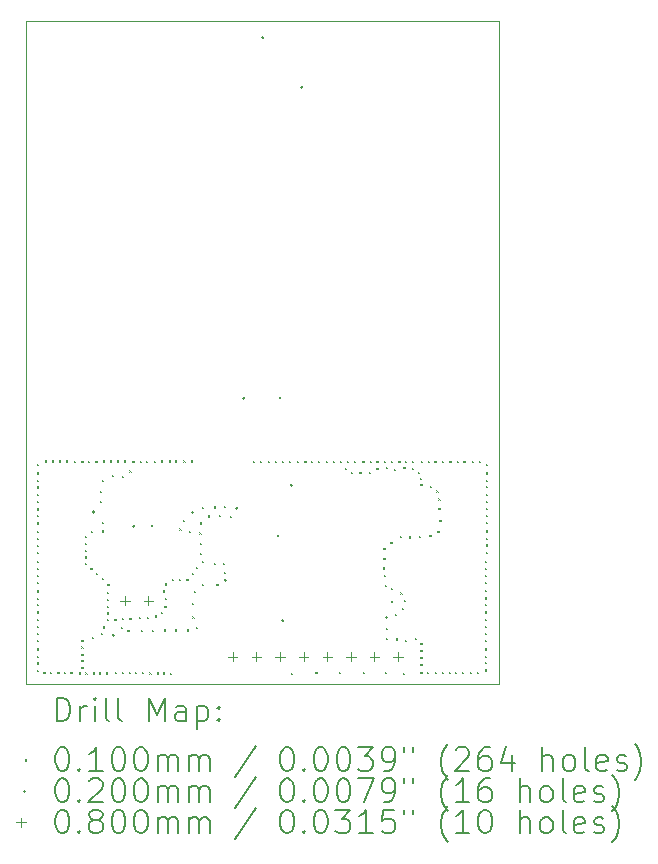
<source format=gbr>
%TF.GenerationSoftware,KiCad,Pcbnew,7.0.9*%
%TF.CreationDate,2024-04-03T14:29:29+02:00*%
%TF.ProjectId,NFC_Programmer,4e46435f-5072-46f6-9772-616d6d65722e,3.0*%
%TF.SameCoordinates,Original*%
%TF.FileFunction,Drillmap*%
%TF.FilePolarity,Positive*%
%FSLAX45Y45*%
G04 Gerber Fmt 4.5, Leading zero omitted, Abs format (unit mm)*
G04 Created by KiCad (PCBNEW 7.0.9) date 2024-04-03 14:29:29*
%MOMM*%
%LPD*%
G01*
G04 APERTURE LIST*
%ADD10C,0.100000*%
%ADD11C,0.200000*%
G04 APERTURE END LIST*
D10*
X16022000Y-11011000D02*
X15866000Y-11011000D01*
X12019000Y-11011000D01*
X12019000Y-5401000D01*
X16022000Y-5401000D01*
X16022000Y-11011000D01*
D11*
D10*
X12107000Y-10219000D02*
X12117000Y-10229000D01*
X12117000Y-10219000D02*
X12107000Y-10229000D01*
X12107000Y-10280000D02*
X12117000Y-10290000D01*
X12117000Y-10280000D02*
X12107000Y-10290000D01*
X12107000Y-10337000D02*
X12117000Y-10347000D01*
X12117000Y-10337000D02*
X12107000Y-10347000D01*
X12107000Y-10398000D02*
X12117000Y-10408000D01*
X12117000Y-10398000D02*
X12107000Y-10408000D01*
X12107000Y-10711000D02*
X12117000Y-10721000D01*
X12117000Y-10711000D02*
X12107000Y-10721000D01*
X12107000Y-10772000D02*
X12117000Y-10782000D01*
X12117000Y-10772000D02*
X12107000Y-10782000D01*
X12107000Y-10829000D02*
X12117000Y-10839000D01*
X12117000Y-10829000D02*
X12107000Y-10839000D01*
X12107000Y-10890000D02*
X12117000Y-10900000D01*
X12117000Y-10890000D02*
X12107000Y-10900000D01*
X12108000Y-9970000D02*
X12118000Y-9980000D01*
X12118000Y-9970000D02*
X12108000Y-9980000D01*
X12108000Y-10031000D02*
X12118000Y-10041000D01*
X12118000Y-10031000D02*
X12108000Y-10041000D01*
X12108000Y-10088000D02*
X12118000Y-10098000D01*
X12118000Y-10088000D02*
X12108000Y-10098000D01*
X12108000Y-10149000D02*
X12118000Y-10159000D01*
X12118000Y-10149000D02*
X12108000Y-10159000D01*
X12108000Y-10462000D02*
X12118000Y-10472000D01*
X12118000Y-10462000D02*
X12108000Y-10472000D01*
X12108000Y-10523000D02*
X12118000Y-10533000D01*
X12118000Y-10523000D02*
X12108000Y-10533000D01*
X12108000Y-10580000D02*
X12118000Y-10590000D01*
X12118000Y-10580000D02*
X12108000Y-10590000D01*
X12108000Y-10641000D02*
X12118000Y-10651000D01*
X12118000Y-10641000D02*
X12108000Y-10651000D01*
X12111000Y-9221000D02*
X12121000Y-9231000D01*
X12121000Y-9221000D02*
X12111000Y-9231000D01*
X12111000Y-9282000D02*
X12121000Y-9292000D01*
X12121000Y-9282000D02*
X12111000Y-9292000D01*
X12111000Y-9339000D02*
X12121000Y-9349000D01*
X12121000Y-9339000D02*
X12111000Y-9349000D01*
X12111000Y-9400000D02*
X12121000Y-9410000D01*
X12121000Y-9400000D02*
X12111000Y-9410000D01*
X12111000Y-9713000D02*
X12121000Y-9723000D01*
X12121000Y-9713000D02*
X12111000Y-9723000D01*
X12111000Y-9774000D02*
X12121000Y-9784000D01*
X12121000Y-9774000D02*
X12111000Y-9784000D01*
X12111000Y-9831000D02*
X12121000Y-9841000D01*
X12121000Y-9831000D02*
X12111000Y-9841000D01*
X12111000Y-9892000D02*
X12121000Y-9902000D01*
X12121000Y-9892000D02*
X12111000Y-9902000D01*
X12112000Y-9151000D02*
X12122000Y-9161000D01*
X12122000Y-9151000D02*
X12112000Y-9161000D01*
X12112000Y-9464000D02*
X12122000Y-9474000D01*
X12122000Y-9464000D02*
X12112000Y-9474000D01*
X12112000Y-9525000D02*
X12122000Y-9535000D01*
X12122000Y-9525000D02*
X12112000Y-9535000D01*
X12112000Y-9582000D02*
X12122000Y-9592000D01*
X12122000Y-9582000D02*
X12112000Y-9592000D01*
X12112000Y-9643000D02*
X12122000Y-9653000D01*
X12122000Y-9643000D02*
X12112000Y-9653000D01*
X12164000Y-10910000D02*
X12174000Y-10920000D01*
X12174000Y-10910000D02*
X12164000Y-10920000D01*
X12176000Y-9119000D02*
X12186000Y-9129000D01*
X12186000Y-9119000D02*
X12176000Y-9129000D01*
X12221000Y-10910000D02*
X12231000Y-10920000D01*
X12231000Y-10910000D02*
X12221000Y-10920000D01*
X12237000Y-9119000D02*
X12247000Y-9129000D01*
X12247000Y-9119000D02*
X12237000Y-9129000D01*
X12282000Y-10910000D02*
X12292000Y-10920000D01*
X12292000Y-10910000D02*
X12282000Y-10920000D01*
X12294000Y-9119000D02*
X12304000Y-9129000D01*
X12304000Y-9119000D02*
X12294000Y-9129000D01*
X12336000Y-10910000D02*
X12346000Y-10920000D01*
X12346000Y-10910000D02*
X12336000Y-10920000D01*
X12355000Y-9119000D02*
X12365000Y-9129000D01*
X12365000Y-9119000D02*
X12355000Y-9129000D01*
X12393000Y-10910000D02*
X12403000Y-10920000D01*
X12403000Y-10910000D02*
X12393000Y-10920000D01*
X12425000Y-9120000D02*
X12435000Y-9130000D01*
X12435000Y-9120000D02*
X12425000Y-9130000D01*
X12463000Y-10913000D02*
X12473000Y-10923000D01*
X12473000Y-10913000D02*
X12463000Y-10923000D01*
X12486000Y-9120000D02*
X12496000Y-9130000D01*
X12496000Y-9120000D02*
X12486000Y-9130000D01*
X12486000Y-10636000D02*
X12496000Y-10646000D01*
X12496000Y-10636000D02*
X12486000Y-10646000D01*
X12486000Y-10693000D02*
X12496000Y-10703000D01*
X12496000Y-10693000D02*
X12486000Y-10703000D01*
X12486000Y-10754000D02*
X12496000Y-10764000D01*
X12496000Y-10754000D02*
X12486000Y-10764000D01*
X12486000Y-10808000D02*
X12496000Y-10818000D01*
X12496000Y-10808000D02*
X12486000Y-10818000D01*
X12486000Y-10865000D02*
X12496000Y-10875000D01*
X12496000Y-10865000D02*
X12486000Y-10875000D01*
X12514000Y-9759000D02*
X12524000Y-9769000D01*
X12524000Y-9759000D02*
X12514000Y-9769000D01*
X12514000Y-9816000D02*
X12524000Y-9826000D01*
X12524000Y-9816000D02*
X12514000Y-9826000D01*
X12514000Y-9877000D02*
X12524000Y-9887000D01*
X12524000Y-9877000D02*
X12514000Y-9887000D01*
X12514000Y-9931000D02*
X12524000Y-9941000D01*
X12524000Y-9931000D02*
X12514000Y-9941000D01*
X12514000Y-9988000D02*
X12524000Y-9998000D01*
X12524000Y-9988000D02*
X12514000Y-9998000D01*
X12520000Y-10913000D02*
X12530000Y-10923000D01*
X12530000Y-10913000D02*
X12520000Y-10923000D01*
X12543000Y-9120000D02*
X12553000Y-9130000D01*
X12553000Y-9120000D02*
X12543000Y-9130000D01*
X12562000Y-10030000D02*
X12572000Y-10040000D01*
X12572000Y-10030000D02*
X12562000Y-10040000D01*
X12569000Y-9713000D02*
X12579000Y-9723000D01*
X12579000Y-9713000D02*
X12569000Y-9723000D01*
X12571000Y-10615000D02*
X12581000Y-10625000D01*
X12581000Y-10615000D02*
X12571000Y-10625000D01*
X12581000Y-10913000D02*
X12591000Y-10923000D01*
X12591000Y-10913000D02*
X12581000Y-10923000D01*
X12604000Y-9120000D02*
X12614000Y-9130000D01*
X12614000Y-9120000D02*
X12604000Y-9130000D01*
X12608000Y-10074000D02*
X12618000Y-10084000D01*
X12618000Y-10074000D02*
X12608000Y-10084000D01*
X12635000Y-10913000D02*
X12645000Y-10923000D01*
X12645000Y-10913000D02*
X12635000Y-10923000D01*
X12639000Y-9379000D02*
X12649000Y-9389000D01*
X12649000Y-9379000D02*
X12639000Y-9389000D01*
X12641000Y-9465000D02*
X12651000Y-9475000D01*
X12651000Y-9465000D02*
X12641000Y-9475000D01*
X12649000Y-10582000D02*
X12659000Y-10592000D01*
X12659000Y-10582000D02*
X12649000Y-10592000D01*
X12656000Y-9641000D02*
X12666000Y-9651000D01*
X12666000Y-9641000D02*
X12656000Y-9651000D01*
X12656000Y-10116000D02*
X12666000Y-10126000D01*
X12666000Y-10116000D02*
X12656000Y-10126000D01*
X12662000Y-9282000D02*
X12672000Y-9292000D01*
X12672000Y-9282000D02*
X12662000Y-9292000D01*
X12662000Y-9711000D02*
X12672000Y-9721000D01*
X12672000Y-9711000D02*
X12662000Y-9721000D01*
X12665000Y-10525000D02*
X12675000Y-10535000D01*
X12675000Y-10525000D02*
X12665000Y-10535000D01*
X12668000Y-9119000D02*
X12678000Y-9129000D01*
X12678000Y-9119000D02*
X12668000Y-9129000D01*
X12692000Y-10913000D02*
X12702000Y-10923000D01*
X12702000Y-10913000D02*
X12692000Y-10923000D01*
X12700000Y-10233000D02*
X12710000Y-10243000D01*
X12710000Y-10233000D02*
X12700000Y-10243000D01*
X12700000Y-10290000D02*
X12710000Y-10300000D01*
X12710000Y-10290000D02*
X12700000Y-10300000D01*
X12700000Y-10351000D02*
X12710000Y-10361000D01*
X12710000Y-10351000D02*
X12700000Y-10361000D01*
X12700000Y-10405000D02*
X12710000Y-10415000D01*
X12710000Y-10405000D02*
X12700000Y-10415000D01*
X12700000Y-10462000D02*
X12710000Y-10472000D01*
X12710000Y-10462000D02*
X12700000Y-10472000D01*
X12705000Y-10164000D02*
X12715000Y-10174000D01*
X12715000Y-10164000D02*
X12705000Y-10174000D01*
X12729000Y-9119000D02*
X12739000Y-9129000D01*
X12739000Y-9119000D02*
X12729000Y-9129000D01*
X12747000Y-9245000D02*
X12757000Y-9255000D01*
X12757000Y-9245000D02*
X12747000Y-9255000D01*
X12765000Y-10459000D02*
X12775000Y-10469000D01*
X12775000Y-10459000D02*
X12765000Y-10469000D01*
X12769000Y-10911000D02*
X12779000Y-10921000D01*
X12779000Y-10911000D02*
X12769000Y-10921000D01*
X12786000Y-9119000D02*
X12796000Y-9129000D01*
X12796000Y-9119000D02*
X12786000Y-9129000D01*
X12820000Y-10527000D02*
X12830000Y-10537000D01*
X12830000Y-10527000D02*
X12820000Y-10537000D01*
X12826000Y-10911000D02*
X12836000Y-10921000D01*
X12836000Y-10911000D02*
X12826000Y-10921000D01*
X12827000Y-10450000D02*
X12837000Y-10460000D01*
X12837000Y-10450000D02*
X12827000Y-10460000D01*
X12828000Y-9250000D02*
X12838000Y-9260000D01*
X12838000Y-9250000D02*
X12828000Y-9260000D01*
X12847000Y-9119000D02*
X12857000Y-9129000D01*
X12857000Y-9119000D02*
X12847000Y-9129000D01*
X12875000Y-10552000D02*
X12885000Y-10562000D01*
X12885000Y-10552000D02*
X12875000Y-10562000D01*
X12887000Y-10911000D02*
X12897000Y-10921000D01*
X12897000Y-10911000D02*
X12887000Y-10921000D01*
X12892000Y-9203000D02*
X12902000Y-9213000D01*
X12902000Y-9203000D02*
X12892000Y-9213000D01*
X12892000Y-10449000D02*
X12902000Y-10459000D01*
X12902000Y-10449000D02*
X12892000Y-10459000D01*
X12917000Y-9120000D02*
X12927000Y-9130000D01*
X12927000Y-9120000D02*
X12917000Y-9130000D01*
X12941000Y-10911000D02*
X12951000Y-10921000D01*
X12951000Y-10911000D02*
X12941000Y-10921000D01*
X12973000Y-10443000D02*
X12983000Y-10453000D01*
X12983000Y-10443000D02*
X12973000Y-10453000D01*
X12978000Y-9120000D02*
X12988000Y-9130000D01*
X12988000Y-9120000D02*
X12978000Y-9130000D01*
X12989000Y-10552000D02*
X12999000Y-10562000D01*
X12999000Y-10552000D02*
X12989000Y-10562000D01*
X12998000Y-10911000D02*
X13008000Y-10921000D01*
X13008000Y-10911000D02*
X12998000Y-10921000D01*
X13035000Y-9120000D02*
X13045000Y-9130000D01*
X13045000Y-9120000D02*
X13035000Y-9130000D01*
X13038000Y-10445000D02*
X13048000Y-10455000D01*
X13048000Y-10445000D02*
X13038000Y-10455000D01*
X13062000Y-10913000D02*
X13072000Y-10923000D01*
X13072000Y-10913000D02*
X13062000Y-10923000D01*
X13082000Y-10552000D02*
X13092000Y-10562000D01*
X13092000Y-10552000D02*
X13082000Y-10562000D01*
X13096000Y-9120000D02*
X13106000Y-9130000D01*
X13106000Y-9120000D02*
X13096000Y-9130000D01*
X13111000Y-10431000D02*
X13121000Y-10441000D01*
X13121000Y-10431000D02*
X13111000Y-10441000D01*
X13124000Y-10913000D02*
X13134000Y-10923000D01*
X13134000Y-10913000D02*
X13124000Y-10923000D01*
X13158000Y-10399000D02*
X13168000Y-10409000D01*
X13168000Y-10399000D02*
X13158000Y-10409000D01*
X13162000Y-9119000D02*
X13172000Y-9129000D01*
X13172000Y-9119000D02*
X13162000Y-9129000D01*
X13173000Y-10219000D02*
X13183000Y-10229000D01*
X13183000Y-10219000D02*
X13173000Y-10229000D01*
X13177000Y-10913000D02*
X13187000Y-10923000D01*
X13187000Y-10913000D02*
X13177000Y-10923000D01*
X13182000Y-10550000D02*
X13192000Y-10560000D01*
X13192000Y-10550000D02*
X13182000Y-10560000D01*
X13189000Y-10348000D02*
X13199000Y-10358000D01*
X13199000Y-10348000D02*
X13189000Y-10358000D01*
X13191000Y-10160000D02*
X13201000Y-10170000D01*
X13201000Y-10160000D02*
X13191000Y-10170000D01*
X13191000Y-10283000D02*
X13201000Y-10293000D01*
X13201000Y-10283000D02*
X13191000Y-10293000D01*
X13223000Y-9119000D02*
X13233000Y-9129000D01*
X13233000Y-9119000D02*
X13223000Y-9129000D01*
X13235000Y-10915000D02*
X13245000Y-10925000D01*
X13245000Y-10915000D02*
X13235000Y-10925000D01*
X13251000Y-10121000D02*
X13261000Y-10131000D01*
X13261000Y-10121000D02*
X13251000Y-10131000D01*
X13277000Y-10550000D02*
X13287000Y-10560000D01*
X13287000Y-10550000D02*
X13277000Y-10560000D01*
X13280000Y-9119000D02*
X13290000Y-9129000D01*
X13290000Y-9119000D02*
X13280000Y-9129000D01*
X13308000Y-10121000D02*
X13318000Y-10131000D01*
X13318000Y-10121000D02*
X13308000Y-10131000D01*
X13316000Y-9694000D02*
X13326000Y-9704000D01*
X13326000Y-9694000D02*
X13316000Y-9704000D01*
X13348000Y-9623000D02*
X13358000Y-9633000D01*
X13358000Y-9623000D02*
X13348000Y-9633000D01*
X13349000Y-9119000D02*
X13359000Y-9129000D01*
X13359000Y-9119000D02*
X13349000Y-9129000D01*
X13374000Y-10119000D02*
X13384000Y-10129000D01*
X13384000Y-10119000D02*
X13374000Y-10129000D01*
X13379000Y-10549000D02*
X13389000Y-10559000D01*
X13389000Y-10549000D02*
X13379000Y-10559000D01*
X13393000Y-9714000D02*
X13403000Y-9724000D01*
X13403000Y-9714000D02*
X13393000Y-9724000D01*
X13410000Y-9119000D02*
X13420000Y-9129000D01*
X13420000Y-9119000D02*
X13410000Y-9129000D01*
X13420000Y-10072000D02*
X13430000Y-10082000D01*
X13430000Y-10072000D02*
X13420000Y-10082000D01*
X13421000Y-10326000D02*
X13431000Y-10336000D01*
X13431000Y-10326000D02*
X13421000Y-10336000D01*
X13426000Y-10439000D02*
X13436000Y-10449000D01*
X13436000Y-10439000D02*
X13426000Y-10449000D01*
X13437000Y-10225000D02*
X13447000Y-10235000D01*
X13447000Y-10225000D02*
X13437000Y-10235000D01*
X13454000Y-10019000D02*
X13464000Y-10029000D01*
X13464000Y-10019000D02*
X13454000Y-10029000D01*
X13458000Y-10527000D02*
X13468000Y-10537000D01*
X13468000Y-10527000D02*
X13458000Y-10537000D01*
X13484000Y-9728000D02*
X13494000Y-9738000D01*
X13494000Y-9728000D02*
X13484000Y-9738000D01*
X13490000Y-9643000D02*
X13500000Y-9653000D01*
X13500000Y-9643000D02*
X13490000Y-9653000D01*
X13490000Y-9819000D02*
X13500000Y-9829000D01*
X13500000Y-9819000D02*
X13490000Y-9829000D01*
X13491000Y-9900000D02*
X13501000Y-9910000D01*
X13501000Y-9900000D02*
X13491000Y-9910000D01*
X13502789Y-9512435D02*
X13512789Y-9522435D01*
X13512789Y-9512435D02*
X13502789Y-9522435D01*
X13506000Y-10165000D02*
X13516000Y-10175000D01*
X13516000Y-10165000D02*
X13506000Y-10175000D01*
X13507000Y-9972000D02*
X13517000Y-9982000D01*
X13517000Y-9972000D02*
X13507000Y-9982000D01*
X13557000Y-9584000D02*
X13567000Y-9594000D01*
X13567000Y-9584000D02*
X13557000Y-9594000D01*
X13605000Y-9509000D02*
X13615000Y-9519000D01*
X13615000Y-9509000D02*
X13605000Y-9519000D01*
X13605000Y-9987000D02*
X13615000Y-9997000D01*
X13615000Y-9987000D02*
X13605000Y-9997000D01*
X13629000Y-10163000D02*
X13639000Y-10173000D01*
X13639000Y-10163000D02*
X13629000Y-10173000D01*
X13649000Y-9582000D02*
X13659000Y-9592000D01*
X13659000Y-9582000D02*
X13649000Y-9592000D01*
X13686000Y-9989000D02*
X13696000Y-9999000D01*
X13696000Y-9989000D02*
X13686000Y-9999000D01*
X13693000Y-9506000D02*
X13703000Y-9516000D01*
X13703000Y-9506000D02*
X13693000Y-9516000D01*
X13695000Y-10060000D02*
X13705000Y-10070000D01*
X13705000Y-10060000D02*
X13695000Y-10070000D01*
X13740000Y-9588000D02*
X13750000Y-9598000D01*
X13750000Y-9588000D02*
X13740000Y-9598000D01*
X13936000Y-9124000D02*
X13946000Y-9134000D01*
X13946000Y-9124000D02*
X13936000Y-9134000D01*
X13997000Y-9124000D02*
X14007000Y-9134000D01*
X14007000Y-9124000D02*
X13997000Y-9134000D01*
X14063000Y-9123000D02*
X14073000Y-9133000D01*
X14073000Y-9123000D02*
X14063000Y-9133000D01*
X14124000Y-9123000D02*
X14134000Y-9133000D01*
X14134000Y-9123000D02*
X14124000Y-9133000D01*
X14181000Y-9123000D02*
X14191000Y-9133000D01*
X14191000Y-9123000D02*
X14181000Y-9133000D01*
X14242000Y-9123000D02*
X14252000Y-9133000D01*
X14252000Y-9123000D02*
X14242000Y-9133000D01*
X14259000Y-10916000D02*
X14269000Y-10926000D01*
X14269000Y-10916000D02*
X14259000Y-10926000D01*
X14312000Y-9124000D02*
X14322000Y-9134000D01*
X14322000Y-9124000D02*
X14312000Y-9134000D01*
X14373000Y-9124000D02*
X14383000Y-9134000D01*
X14383000Y-9124000D02*
X14373000Y-9134000D01*
X14430000Y-9124000D02*
X14440000Y-9134000D01*
X14440000Y-9124000D02*
X14430000Y-9134000D01*
X14466000Y-10910000D02*
X14476000Y-10920000D01*
X14476000Y-10910000D02*
X14466000Y-10920000D01*
X14491000Y-9124000D02*
X14501000Y-9134000D01*
X14501000Y-9124000D02*
X14491000Y-9134000D01*
X14555000Y-9123000D02*
X14565000Y-9133000D01*
X14565000Y-9123000D02*
X14555000Y-9133000D01*
X14616000Y-9123000D02*
X14626000Y-9133000D01*
X14626000Y-9123000D02*
X14616000Y-9133000D01*
X14669000Y-10912000D02*
X14679000Y-10922000D01*
X14679000Y-10912000D02*
X14669000Y-10922000D01*
X14677000Y-9123000D02*
X14687000Y-9133000D01*
X14687000Y-9123000D02*
X14677000Y-9133000D01*
X14715000Y-9185000D02*
X14725000Y-9195000D01*
X14725000Y-9185000D02*
X14715000Y-9195000D01*
X14734000Y-9123000D02*
X14744000Y-9133000D01*
X14744000Y-9123000D02*
X14734000Y-9133000D01*
X14765110Y-9217195D02*
X14775110Y-9227195D01*
X14775110Y-9217195D02*
X14765110Y-9227195D01*
X14795000Y-9123000D02*
X14805000Y-9133000D01*
X14805000Y-9123000D02*
X14795000Y-9133000D01*
X14839000Y-9218000D02*
X14849000Y-9228000D01*
X14849000Y-9218000D02*
X14839000Y-9228000D01*
X14865000Y-9124000D02*
X14875000Y-9134000D01*
X14875000Y-9124000D02*
X14865000Y-9134000D01*
X14867000Y-10910000D02*
X14877000Y-10920000D01*
X14877000Y-10910000D02*
X14867000Y-10920000D01*
X14923000Y-9217000D02*
X14933000Y-9227000D01*
X14933000Y-9217000D02*
X14923000Y-9227000D01*
X14926000Y-9124000D02*
X14936000Y-9134000D01*
X14936000Y-9124000D02*
X14926000Y-9134000D01*
X14983000Y-9124000D02*
X14993000Y-9134000D01*
X14993000Y-9124000D02*
X14983000Y-9134000D01*
X14983000Y-9184000D02*
X14993000Y-9194000D01*
X14993000Y-9184000D02*
X14983000Y-9194000D01*
X15041000Y-10025000D02*
X15051000Y-10035000D01*
X15051000Y-10025000D02*
X15041000Y-10035000D01*
X15042000Y-9863000D02*
X15052000Y-9873000D01*
X15052000Y-9863000D02*
X15042000Y-9873000D01*
X15043000Y-9946000D02*
X15053000Y-9956000D01*
X15053000Y-9946000D02*
X15043000Y-9956000D01*
X15044000Y-9124000D02*
X15054000Y-9134000D01*
X15054000Y-9124000D02*
X15044000Y-9134000D01*
X15048000Y-10091000D02*
X15058000Y-10101000D01*
X15058000Y-10091000D02*
X15048000Y-10101000D01*
X15052000Y-10170000D02*
X15062000Y-10180000D01*
X15062000Y-10170000D02*
X15052000Y-10180000D01*
X15057000Y-10910000D02*
X15067000Y-10920000D01*
X15067000Y-10910000D02*
X15057000Y-10920000D01*
X15063000Y-10535000D02*
X15073000Y-10545000D01*
X15073000Y-10535000D02*
X15063000Y-10545000D01*
X15064000Y-9176000D02*
X15074000Y-9186000D01*
X15074000Y-9176000D02*
X15064000Y-9186000D01*
X15065000Y-10623000D02*
X15075000Y-10633000D01*
X15075000Y-10623000D02*
X15065000Y-10633000D01*
X15102000Y-9806000D02*
X15112000Y-9816000D01*
X15112000Y-9806000D02*
X15102000Y-9816000D01*
X15107446Y-10196020D02*
X15117446Y-10206020D01*
X15117446Y-10196020D02*
X15107446Y-10206020D01*
X15108000Y-9123000D02*
X15118000Y-9133000D01*
X15118000Y-9123000D02*
X15108000Y-9133000D01*
X15131434Y-9192000D02*
X15141434Y-9202000D01*
X15141434Y-9192000D02*
X15131434Y-9202000D01*
X15141000Y-10417000D02*
X15151000Y-10427000D01*
X15151000Y-10417000D02*
X15141000Y-10427000D01*
X15146000Y-10626000D02*
X15156000Y-10636000D01*
X15156000Y-10626000D02*
X15146000Y-10636000D01*
X15169000Y-9123000D02*
X15179000Y-9133000D01*
X15179000Y-9123000D02*
X15169000Y-9133000D01*
X15184000Y-9760000D02*
X15194000Y-9770000D01*
X15194000Y-9760000D02*
X15184000Y-9770000D01*
X15186761Y-10236155D02*
X15196761Y-10246155D01*
X15196761Y-10236155D02*
X15186761Y-10246155D01*
X15201000Y-10369000D02*
X15211000Y-10379000D01*
X15211000Y-10369000D02*
X15201000Y-10379000D01*
X15209000Y-10918000D02*
X15219000Y-10928000D01*
X15219000Y-10918000D02*
X15209000Y-10928000D01*
X15212000Y-9177000D02*
X15222000Y-9187000D01*
X15222000Y-9177000D02*
X15212000Y-9187000D01*
X15217000Y-10297000D02*
X15227000Y-10307000D01*
X15227000Y-10297000D02*
X15217000Y-10307000D01*
X15226000Y-9123000D02*
X15236000Y-9133000D01*
X15236000Y-9123000D02*
X15226000Y-9133000D01*
X15226000Y-10636000D02*
X15236000Y-10646000D01*
X15236000Y-10636000D02*
X15226000Y-10646000D01*
X15261000Y-9762000D02*
X15271000Y-9772000D01*
X15271000Y-9762000D02*
X15261000Y-9772000D01*
X15282000Y-9182000D02*
X15292000Y-9192000D01*
X15292000Y-9182000D02*
X15282000Y-9192000D01*
X15287000Y-9123000D02*
X15297000Y-9133000D01*
X15297000Y-9123000D02*
X15287000Y-9133000D01*
X15309000Y-10622000D02*
X15319000Y-10632000D01*
X15319000Y-10622000D02*
X15309000Y-10632000D01*
X15337000Y-9214000D02*
X15347000Y-9224000D01*
X15347000Y-9214000D02*
X15337000Y-9224000D01*
X15340000Y-9759000D02*
X15350000Y-9769000D01*
X15350000Y-9759000D02*
X15340000Y-9769000D01*
X15349000Y-9268000D02*
X15359000Y-9278000D01*
X15359000Y-9268000D02*
X15349000Y-9278000D01*
X15355000Y-10907000D02*
X15365000Y-10917000D01*
X15365000Y-10907000D02*
X15355000Y-10917000D01*
X15356000Y-9321000D02*
X15366000Y-9331000D01*
X15366000Y-9321000D02*
X15356000Y-9331000D01*
X15356000Y-10663000D02*
X15366000Y-10673000D01*
X15366000Y-10663000D02*
X15356000Y-10673000D01*
X15356000Y-10720000D02*
X15366000Y-10730000D01*
X15366000Y-10720000D02*
X15356000Y-10730000D01*
X15356000Y-10784000D02*
X15366000Y-10794000D01*
X15366000Y-10784000D02*
X15356000Y-10794000D01*
X15356000Y-10841000D02*
X15366000Y-10851000D01*
X15366000Y-10841000D02*
X15356000Y-10851000D01*
X15357000Y-9124000D02*
X15367000Y-9134000D01*
X15367000Y-9124000D02*
X15357000Y-9134000D01*
X15412000Y-10907000D02*
X15422000Y-10917000D01*
X15422000Y-10907000D02*
X15412000Y-10917000D01*
X15418000Y-9124000D02*
X15428000Y-9134000D01*
X15428000Y-9124000D02*
X15418000Y-9134000D01*
X15432000Y-9753000D02*
X15442000Y-9763000D01*
X15442000Y-9753000D02*
X15432000Y-9763000D01*
X15434000Y-9332000D02*
X15444000Y-9342000D01*
X15444000Y-9332000D02*
X15434000Y-9342000D01*
X15475000Y-9124000D02*
X15485000Y-9134000D01*
X15485000Y-9124000D02*
X15475000Y-9134000D01*
X15478000Y-10907000D02*
X15488000Y-10917000D01*
X15488000Y-10907000D02*
X15478000Y-10917000D01*
X15491000Y-9373000D02*
X15501000Y-9383000D01*
X15501000Y-9373000D02*
X15491000Y-9383000D01*
X15500000Y-9717000D02*
X15510000Y-9727000D01*
X15510000Y-9717000D02*
X15500000Y-9727000D01*
X15508000Y-9440000D02*
X15518000Y-9450000D01*
X15518000Y-9440000D02*
X15508000Y-9450000D01*
X15508000Y-9524000D02*
X15518000Y-9534000D01*
X15518000Y-9524000D02*
X15508000Y-9534000D01*
X15516000Y-9621000D02*
X15526000Y-9631000D01*
X15526000Y-9621000D02*
X15516000Y-9631000D01*
X15535000Y-10907000D02*
X15545000Y-10917000D01*
X15545000Y-10907000D02*
X15535000Y-10917000D01*
X15536000Y-9124000D02*
X15546000Y-9134000D01*
X15546000Y-9124000D02*
X15536000Y-9134000D01*
X15596000Y-10907000D02*
X15606000Y-10917000D01*
X15606000Y-10907000D02*
X15596000Y-10917000D01*
X15602000Y-9123000D02*
X15612000Y-9133000D01*
X15612000Y-9123000D02*
X15602000Y-9133000D01*
X15650000Y-10907000D02*
X15660000Y-10917000D01*
X15660000Y-10907000D02*
X15650000Y-10917000D01*
X15663000Y-9123000D02*
X15673000Y-9133000D01*
X15673000Y-9123000D02*
X15663000Y-9133000D01*
X15707000Y-10907000D02*
X15717000Y-10917000D01*
X15717000Y-10907000D02*
X15707000Y-10917000D01*
X15720000Y-9123000D02*
X15730000Y-9133000D01*
X15730000Y-9123000D02*
X15720000Y-9133000D01*
X15777000Y-10910000D02*
X15787000Y-10920000D01*
X15787000Y-10910000D02*
X15777000Y-10920000D01*
X15789000Y-9123000D02*
X15799000Y-9133000D01*
X15799000Y-9123000D02*
X15789000Y-9133000D01*
X15834000Y-10910000D02*
X15844000Y-10920000D01*
X15844000Y-10910000D02*
X15834000Y-10920000D01*
X15850000Y-9123000D02*
X15860000Y-9133000D01*
X15860000Y-9123000D02*
X15850000Y-9133000D01*
X15903000Y-10218000D02*
X15913000Y-10228000D01*
X15913000Y-10218000D02*
X15903000Y-10228000D01*
X15903000Y-10279000D02*
X15913000Y-10289000D01*
X15913000Y-10279000D02*
X15903000Y-10289000D01*
X15903000Y-10336000D02*
X15913000Y-10346000D01*
X15913000Y-10336000D02*
X15903000Y-10346000D01*
X15903000Y-10397000D02*
X15913000Y-10407000D01*
X15913000Y-10397000D02*
X15903000Y-10407000D01*
X15903000Y-10710000D02*
X15913000Y-10720000D01*
X15913000Y-10710000D02*
X15903000Y-10720000D01*
X15903000Y-10771000D02*
X15913000Y-10781000D01*
X15913000Y-10771000D02*
X15903000Y-10781000D01*
X15903000Y-10828000D02*
X15913000Y-10838000D01*
X15913000Y-10828000D02*
X15903000Y-10838000D01*
X15903000Y-10889000D02*
X15913000Y-10899000D01*
X15913000Y-10889000D02*
X15903000Y-10899000D01*
X15904000Y-9969000D02*
X15914000Y-9979000D01*
X15914000Y-9969000D02*
X15904000Y-9979000D01*
X15904000Y-10030000D02*
X15914000Y-10040000D01*
X15914000Y-10030000D02*
X15904000Y-10040000D01*
X15904000Y-10087000D02*
X15914000Y-10097000D01*
X15914000Y-10087000D02*
X15904000Y-10097000D01*
X15904000Y-10148000D02*
X15914000Y-10158000D01*
X15914000Y-10148000D02*
X15904000Y-10158000D01*
X15904000Y-10461000D02*
X15914000Y-10471000D01*
X15914000Y-10461000D02*
X15904000Y-10471000D01*
X15904000Y-10522000D02*
X15914000Y-10532000D01*
X15914000Y-10522000D02*
X15904000Y-10532000D01*
X15904000Y-10579000D02*
X15914000Y-10589000D01*
X15914000Y-10579000D02*
X15904000Y-10589000D01*
X15904000Y-10640000D02*
X15914000Y-10650000D01*
X15914000Y-10640000D02*
X15904000Y-10650000D01*
X15907000Y-9220000D02*
X15917000Y-9230000D01*
X15917000Y-9220000D02*
X15907000Y-9230000D01*
X15907000Y-9281000D02*
X15917000Y-9291000D01*
X15917000Y-9281000D02*
X15907000Y-9291000D01*
X15907000Y-9338000D02*
X15917000Y-9348000D01*
X15917000Y-9338000D02*
X15907000Y-9348000D01*
X15907000Y-9399000D02*
X15917000Y-9409000D01*
X15917000Y-9399000D02*
X15907000Y-9409000D01*
X15907000Y-9712000D02*
X15917000Y-9722000D01*
X15917000Y-9712000D02*
X15907000Y-9722000D01*
X15907000Y-9773000D02*
X15917000Y-9783000D01*
X15917000Y-9773000D02*
X15907000Y-9783000D01*
X15907000Y-9830000D02*
X15917000Y-9840000D01*
X15917000Y-9830000D02*
X15907000Y-9840000D01*
X15907000Y-9891000D02*
X15917000Y-9901000D01*
X15917000Y-9891000D02*
X15907000Y-9901000D01*
X15908000Y-9150000D02*
X15918000Y-9160000D01*
X15918000Y-9150000D02*
X15908000Y-9160000D01*
X15908000Y-9463000D02*
X15918000Y-9473000D01*
X15918000Y-9463000D02*
X15908000Y-9473000D01*
X15908000Y-9524000D02*
X15918000Y-9534000D01*
X15918000Y-9524000D02*
X15908000Y-9534000D01*
X15908000Y-9581000D02*
X15918000Y-9591000D01*
X15918000Y-9581000D02*
X15908000Y-9591000D01*
X15908000Y-9642000D02*
X15918000Y-9652000D01*
X15918000Y-9642000D02*
X15908000Y-9652000D01*
X12597000Y-9556000D02*
G75*
G03*
X12597000Y-9556000I-10000J0D01*
G01*
X12765000Y-10599000D02*
G75*
G03*
X12765000Y-10599000I-10000J0D01*
G01*
X12938000Y-9677000D02*
G75*
G03*
X12938000Y-9677000I-10000J0D01*
G01*
X13095000Y-9674000D02*
G75*
G03*
X13095000Y-9674000I-10000J0D01*
G01*
X13435158Y-9560158D02*
G75*
G03*
X13435158Y-9560158I-10000J0D01*
G01*
X13715000Y-10133000D02*
G75*
G03*
X13715000Y-10133000I-10000J0D01*
G01*
X13809000Y-9523000D02*
G75*
G03*
X13809000Y-9523000I-10000J0D01*
G01*
X13872000Y-8593000D02*
G75*
G03*
X13872000Y-8593000I-10000J0D01*
G01*
X14030000Y-5540000D02*
G75*
G03*
X14030000Y-5540000I-10000J0D01*
G01*
X14160000Y-9757000D02*
G75*
G03*
X14160000Y-9757000I-10000J0D01*
G01*
X14178000Y-8591000D02*
G75*
G03*
X14178000Y-8591000I-10000J0D01*
G01*
X14201000Y-10476000D02*
G75*
G03*
X14201000Y-10476000I-10000J0D01*
G01*
X14272000Y-9328000D02*
G75*
G03*
X14272000Y-9328000I-10000J0D01*
G01*
X14363000Y-5960000D02*
G75*
G03*
X14363000Y-5960000I-10000J0D01*
G01*
X15080000Y-10448000D02*
G75*
G03*
X15080000Y-10448000I-10000J0D01*
G01*
X15126000Y-10318000D02*
G75*
G03*
X15126000Y-10318000I-10000J0D01*
G01*
X12853000Y-10266000D02*
X12853000Y-10346000D01*
X12813000Y-10306000D02*
X12893000Y-10306000D01*
X13053000Y-10266000D02*
X13053000Y-10346000D01*
X13013000Y-10306000D02*
X13093000Y-10306000D01*
X13767000Y-10741000D02*
X13767000Y-10821000D01*
X13727000Y-10781000D02*
X13807000Y-10781000D01*
X13967000Y-10741000D02*
X13967000Y-10821000D01*
X13927000Y-10781000D02*
X14007000Y-10781000D01*
X14167000Y-10741000D02*
X14167000Y-10821000D01*
X14127000Y-10781000D02*
X14207000Y-10781000D01*
X14367000Y-10741000D02*
X14367000Y-10821000D01*
X14327000Y-10781000D02*
X14407000Y-10781000D01*
X14567000Y-10741000D02*
X14567000Y-10821000D01*
X14527000Y-10781000D02*
X14607000Y-10781000D01*
X14767000Y-10741000D02*
X14767000Y-10821000D01*
X14727000Y-10781000D02*
X14807000Y-10781000D01*
X14967000Y-10741000D02*
X14967000Y-10821000D01*
X14927000Y-10781000D02*
X15007000Y-10781000D01*
X15167000Y-10741000D02*
X15167000Y-10821000D01*
X15127000Y-10781000D02*
X15207000Y-10781000D01*
D11*
X12274777Y-11327484D02*
X12274777Y-11127484D01*
X12274777Y-11127484D02*
X12322396Y-11127484D01*
X12322396Y-11127484D02*
X12350967Y-11137008D01*
X12350967Y-11137008D02*
X12370015Y-11156055D01*
X12370015Y-11156055D02*
X12379539Y-11175103D01*
X12379539Y-11175103D02*
X12389062Y-11213198D01*
X12389062Y-11213198D02*
X12389062Y-11241769D01*
X12389062Y-11241769D02*
X12379539Y-11279865D01*
X12379539Y-11279865D02*
X12370015Y-11298912D01*
X12370015Y-11298912D02*
X12350967Y-11317960D01*
X12350967Y-11317960D02*
X12322396Y-11327484D01*
X12322396Y-11327484D02*
X12274777Y-11327484D01*
X12474777Y-11327484D02*
X12474777Y-11194150D01*
X12474777Y-11232246D02*
X12484301Y-11213198D01*
X12484301Y-11213198D02*
X12493824Y-11203674D01*
X12493824Y-11203674D02*
X12512872Y-11194150D01*
X12512872Y-11194150D02*
X12531920Y-11194150D01*
X12598586Y-11327484D02*
X12598586Y-11194150D01*
X12598586Y-11127484D02*
X12589062Y-11137008D01*
X12589062Y-11137008D02*
X12598586Y-11146531D01*
X12598586Y-11146531D02*
X12608110Y-11137008D01*
X12608110Y-11137008D02*
X12598586Y-11127484D01*
X12598586Y-11127484D02*
X12598586Y-11146531D01*
X12722396Y-11327484D02*
X12703348Y-11317960D01*
X12703348Y-11317960D02*
X12693824Y-11298912D01*
X12693824Y-11298912D02*
X12693824Y-11127484D01*
X12827158Y-11327484D02*
X12808110Y-11317960D01*
X12808110Y-11317960D02*
X12798586Y-11298912D01*
X12798586Y-11298912D02*
X12798586Y-11127484D01*
X13055729Y-11327484D02*
X13055729Y-11127484D01*
X13055729Y-11127484D02*
X13122396Y-11270341D01*
X13122396Y-11270341D02*
X13189062Y-11127484D01*
X13189062Y-11127484D02*
X13189062Y-11327484D01*
X13370015Y-11327484D02*
X13370015Y-11222722D01*
X13370015Y-11222722D02*
X13360491Y-11203674D01*
X13360491Y-11203674D02*
X13341443Y-11194150D01*
X13341443Y-11194150D02*
X13303348Y-11194150D01*
X13303348Y-11194150D02*
X13284301Y-11203674D01*
X13370015Y-11317960D02*
X13350967Y-11327484D01*
X13350967Y-11327484D02*
X13303348Y-11327484D01*
X13303348Y-11327484D02*
X13284301Y-11317960D01*
X13284301Y-11317960D02*
X13274777Y-11298912D01*
X13274777Y-11298912D02*
X13274777Y-11279865D01*
X13274777Y-11279865D02*
X13284301Y-11260817D01*
X13284301Y-11260817D02*
X13303348Y-11251293D01*
X13303348Y-11251293D02*
X13350967Y-11251293D01*
X13350967Y-11251293D02*
X13370015Y-11241769D01*
X13465253Y-11194150D02*
X13465253Y-11394150D01*
X13465253Y-11203674D02*
X13484301Y-11194150D01*
X13484301Y-11194150D02*
X13522396Y-11194150D01*
X13522396Y-11194150D02*
X13541443Y-11203674D01*
X13541443Y-11203674D02*
X13550967Y-11213198D01*
X13550967Y-11213198D02*
X13560491Y-11232246D01*
X13560491Y-11232246D02*
X13560491Y-11289388D01*
X13560491Y-11289388D02*
X13550967Y-11308436D01*
X13550967Y-11308436D02*
X13541443Y-11317960D01*
X13541443Y-11317960D02*
X13522396Y-11327484D01*
X13522396Y-11327484D02*
X13484301Y-11327484D01*
X13484301Y-11327484D02*
X13465253Y-11317960D01*
X13646205Y-11308436D02*
X13655729Y-11317960D01*
X13655729Y-11317960D02*
X13646205Y-11327484D01*
X13646205Y-11327484D02*
X13636682Y-11317960D01*
X13636682Y-11317960D02*
X13646205Y-11308436D01*
X13646205Y-11308436D02*
X13646205Y-11327484D01*
X13646205Y-11203674D02*
X13655729Y-11213198D01*
X13655729Y-11213198D02*
X13646205Y-11222722D01*
X13646205Y-11222722D02*
X13636682Y-11213198D01*
X13636682Y-11213198D02*
X13646205Y-11203674D01*
X13646205Y-11203674D02*
X13646205Y-11222722D01*
D10*
X12004000Y-11651000D02*
X12014000Y-11661000D01*
X12014000Y-11651000D02*
X12004000Y-11661000D01*
D11*
X12312872Y-11547484D02*
X12331920Y-11547484D01*
X12331920Y-11547484D02*
X12350967Y-11557008D01*
X12350967Y-11557008D02*
X12360491Y-11566531D01*
X12360491Y-11566531D02*
X12370015Y-11585579D01*
X12370015Y-11585579D02*
X12379539Y-11623674D01*
X12379539Y-11623674D02*
X12379539Y-11671293D01*
X12379539Y-11671293D02*
X12370015Y-11709388D01*
X12370015Y-11709388D02*
X12360491Y-11728436D01*
X12360491Y-11728436D02*
X12350967Y-11737960D01*
X12350967Y-11737960D02*
X12331920Y-11747484D01*
X12331920Y-11747484D02*
X12312872Y-11747484D01*
X12312872Y-11747484D02*
X12293824Y-11737960D01*
X12293824Y-11737960D02*
X12284301Y-11728436D01*
X12284301Y-11728436D02*
X12274777Y-11709388D01*
X12274777Y-11709388D02*
X12265253Y-11671293D01*
X12265253Y-11671293D02*
X12265253Y-11623674D01*
X12265253Y-11623674D02*
X12274777Y-11585579D01*
X12274777Y-11585579D02*
X12284301Y-11566531D01*
X12284301Y-11566531D02*
X12293824Y-11557008D01*
X12293824Y-11557008D02*
X12312872Y-11547484D01*
X12465253Y-11728436D02*
X12474777Y-11737960D01*
X12474777Y-11737960D02*
X12465253Y-11747484D01*
X12465253Y-11747484D02*
X12455729Y-11737960D01*
X12455729Y-11737960D02*
X12465253Y-11728436D01*
X12465253Y-11728436D02*
X12465253Y-11747484D01*
X12665253Y-11747484D02*
X12550967Y-11747484D01*
X12608110Y-11747484D02*
X12608110Y-11547484D01*
X12608110Y-11547484D02*
X12589062Y-11576055D01*
X12589062Y-11576055D02*
X12570015Y-11595103D01*
X12570015Y-11595103D02*
X12550967Y-11604627D01*
X12789062Y-11547484D02*
X12808110Y-11547484D01*
X12808110Y-11547484D02*
X12827158Y-11557008D01*
X12827158Y-11557008D02*
X12836682Y-11566531D01*
X12836682Y-11566531D02*
X12846205Y-11585579D01*
X12846205Y-11585579D02*
X12855729Y-11623674D01*
X12855729Y-11623674D02*
X12855729Y-11671293D01*
X12855729Y-11671293D02*
X12846205Y-11709388D01*
X12846205Y-11709388D02*
X12836682Y-11728436D01*
X12836682Y-11728436D02*
X12827158Y-11737960D01*
X12827158Y-11737960D02*
X12808110Y-11747484D01*
X12808110Y-11747484D02*
X12789062Y-11747484D01*
X12789062Y-11747484D02*
X12770015Y-11737960D01*
X12770015Y-11737960D02*
X12760491Y-11728436D01*
X12760491Y-11728436D02*
X12750967Y-11709388D01*
X12750967Y-11709388D02*
X12741443Y-11671293D01*
X12741443Y-11671293D02*
X12741443Y-11623674D01*
X12741443Y-11623674D02*
X12750967Y-11585579D01*
X12750967Y-11585579D02*
X12760491Y-11566531D01*
X12760491Y-11566531D02*
X12770015Y-11557008D01*
X12770015Y-11557008D02*
X12789062Y-11547484D01*
X12979539Y-11547484D02*
X12998586Y-11547484D01*
X12998586Y-11547484D02*
X13017634Y-11557008D01*
X13017634Y-11557008D02*
X13027158Y-11566531D01*
X13027158Y-11566531D02*
X13036682Y-11585579D01*
X13036682Y-11585579D02*
X13046205Y-11623674D01*
X13046205Y-11623674D02*
X13046205Y-11671293D01*
X13046205Y-11671293D02*
X13036682Y-11709388D01*
X13036682Y-11709388D02*
X13027158Y-11728436D01*
X13027158Y-11728436D02*
X13017634Y-11737960D01*
X13017634Y-11737960D02*
X12998586Y-11747484D01*
X12998586Y-11747484D02*
X12979539Y-11747484D01*
X12979539Y-11747484D02*
X12960491Y-11737960D01*
X12960491Y-11737960D02*
X12950967Y-11728436D01*
X12950967Y-11728436D02*
X12941443Y-11709388D01*
X12941443Y-11709388D02*
X12931920Y-11671293D01*
X12931920Y-11671293D02*
X12931920Y-11623674D01*
X12931920Y-11623674D02*
X12941443Y-11585579D01*
X12941443Y-11585579D02*
X12950967Y-11566531D01*
X12950967Y-11566531D02*
X12960491Y-11557008D01*
X12960491Y-11557008D02*
X12979539Y-11547484D01*
X13131920Y-11747484D02*
X13131920Y-11614150D01*
X13131920Y-11633198D02*
X13141443Y-11623674D01*
X13141443Y-11623674D02*
X13160491Y-11614150D01*
X13160491Y-11614150D02*
X13189063Y-11614150D01*
X13189063Y-11614150D02*
X13208110Y-11623674D01*
X13208110Y-11623674D02*
X13217634Y-11642722D01*
X13217634Y-11642722D02*
X13217634Y-11747484D01*
X13217634Y-11642722D02*
X13227158Y-11623674D01*
X13227158Y-11623674D02*
X13246205Y-11614150D01*
X13246205Y-11614150D02*
X13274777Y-11614150D01*
X13274777Y-11614150D02*
X13293824Y-11623674D01*
X13293824Y-11623674D02*
X13303348Y-11642722D01*
X13303348Y-11642722D02*
X13303348Y-11747484D01*
X13398586Y-11747484D02*
X13398586Y-11614150D01*
X13398586Y-11633198D02*
X13408110Y-11623674D01*
X13408110Y-11623674D02*
X13427158Y-11614150D01*
X13427158Y-11614150D02*
X13455729Y-11614150D01*
X13455729Y-11614150D02*
X13474777Y-11623674D01*
X13474777Y-11623674D02*
X13484301Y-11642722D01*
X13484301Y-11642722D02*
X13484301Y-11747484D01*
X13484301Y-11642722D02*
X13493824Y-11623674D01*
X13493824Y-11623674D02*
X13512872Y-11614150D01*
X13512872Y-11614150D02*
X13541443Y-11614150D01*
X13541443Y-11614150D02*
X13560491Y-11623674D01*
X13560491Y-11623674D02*
X13570015Y-11642722D01*
X13570015Y-11642722D02*
X13570015Y-11747484D01*
X13960491Y-11537960D02*
X13789063Y-11795103D01*
X14217634Y-11547484D02*
X14236682Y-11547484D01*
X14236682Y-11547484D02*
X14255729Y-11557008D01*
X14255729Y-11557008D02*
X14265253Y-11566531D01*
X14265253Y-11566531D02*
X14274777Y-11585579D01*
X14274777Y-11585579D02*
X14284301Y-11623674D01*
X14284301Y-11623674D02*
X14284301Y-11671293D01*
X14284301Y-11671293D02*
X14274777Y-11709388D01*
X14274777Y-11709388D02*
X14265253Y-11728436D01*
X14265253Y-11728436D02*
X14255729Y-11737960D01*
X14255729Y-11737960D02*
X14236682Y-11747484D01*
X14236682Y-11747484D02*
X14217634Y-11747484D01*
X14217634Y-11747484D02*
X14198586Y-11737960D01*
X14198586Y-11737960D02*
X14189063Y-11728436D01*
X14189063Y-11728436D02*
X14179539Y-11709388D01*
X14179539Y-11709388D02*
X14170015Y-11671293D01*
X14170015Y-11671293D02*
X14170015Y-11623674D01*
X14170015Y-11623674D02*
X14179539Y-11585579D01*
X14179539Y-11585579D02*
X14189063Y-11566531D01*
X14189063Y-11566531D02*
X14198586Y-11557008D01*
X14198586Y-11557008D02*
X14217634Y-11547484D01*
X14370015Y-11728436D02*
X14379539Y-11737960D01*
X14379539Y-11737960D02*
X14370015Y-11747484D01*
X14370015Y-11747484D02*
X14360491Y-11737960D01*
X14360491Y-11737960D02*
X14370015Y-11728436D01*
X14370015Y-11728436D02*
X14370015Y-11747484D01*
X14503348Y-11547484D02*
X14522396Y-11547484D01*
X14522396Y-11547484D02*
X14541444Y-11557008D01*
X14541444Y-11557008D02*
X14550967Y-11566531D01*
X14550967Y-11566531D02*
X14560491Y-11585579D01*
X14560491Y-11585579D02*
X14570015Y-11623674D01*
X14570015Y-11623674D02*
X14570015Y-11671293D01*
X14570015Y-11671293D02*
X14560491Y-11709388D01*
X14560491Y-11709388D02*
X14550967Y-11728436D01*
X14550967Y-11728436D02*
X14541444Y-11737960D01*
X14541444Y-11737960D02*
X14522396Y-11747484D01*
X14522396Y-11747484D02*
X14503348Y-11747484D01*
X14503348Y-11747484D02*
X14484301Y-11737960D01*
X14484301Y-11737960D02*
X14474777Y-11728436D01*
X14474777Y-11728436D02*
X14465253Y-11709388D01*
X14465253Y-11709388D02*
X14455729Y-11671293D01*
X14455729Y-11671293D02*
X14455729Y-11623674D01*
X14455729Y-11623674D02*
X14465253Y-11585579D01*
X14465253Y-11585579D02*
X14474777Y-11566531D01*
X14474777Y-11566531D02*
X14484301Y-11557008D01*
X14484301Y-11557008D02*
X14503348Y-11547484D01*
X14693825Y-11547484D02*
X14712872Y-11547484D01*
X14712872Y-11547484D02*
X14731920Y-11557008D01*
X14731920Y-11557008D02*
X14741444Y-11566531D01*
X14741444Y-11566531D02*
X14750967Y-11585579D01*
X14750967Y-11585579D02*
X14760491Y-11623674D01*
X14760491Y-11623674D02*
X14760491Y-11671293D01*
X14760491Y-11671293D02*
X14750967Y-11709388D01*
X14750967Y-11709388D02*
X14741444Y-11728436D01*
X14741444Y-11728436D02*
X14731920Y-11737960D01*
X14731920Y-11737960D02*
X14712872Y-11747484D01*
X14712872Y-11747484D02*
X14693825Y-11747484D01*
X14693825Y-11747484D02*
X14674777Y-11737960D01*
X14674777Y-11737960D02*
X14665253Y-11728436D01*
X14665253Y-11728436D02*
X14655729Y-11709388D01*
X14655729Y-11709388D02*
X14646206Y-11671293D01*
X14646206Y-11671293D02*
X14646206Y-11623674D01*
X14646206Y-11623674D02*
X14655729Y-11585579D01*
X14655729Y-11585579D02*
X14665253Y-11566531D01*
X14665253Y-11566531D02*
X14674777Y-11557008D01*
X14674777Y-11557008D02*
X14693825Y-11547484D01*
X14827158Y-11547484D02*
X14950967Y-11547484D01*
X14950967Y-11547484D02*
X14884301Y-11623674D01*
X14884301Y-11623674D02*
X14912872Y-11623674D01*
X14912872Y-11623674D02*
X14931920Y-11633198D01*
X14931920Y-11633198D02*
X14941444Y-11642722D01*
X14941444Y-11642722D02*
X14950967Y-11661769D01*
X14950967Y-11661769D02*
X14950967Y-11709388D01*
X14950967Y-11709388D02*
X14941444Y-11728436D01*
X14941444Y-11728436D02*
X14931920Y-11737960D01*
X14931920Y-11737960D02*
X14912872Y-11747484D01*
X14912872Y-11747484D02*
X14855729Y-11747484D01*
X14855729Y-11747484D02*
X14836682Y-11737960D01*
X14836682Y-11737960D02*
X14827158Y-11728436D01*
X15046206Y-11747484D02*
X15084301Y-11747484D01*
X15084301Y-11747484D02*
X15103348Y-11737960D01*
X15103348Y-11737960D02*
X15112872Y-11728436D01*
X15112872Y-11728436D02*
X15131920Y-11699865D01*
X15131920Y-11699865D02*
X15141444Y-11661769D01*
X15141444Y-11661769D02*
X15141444Y-11585579D01*
X15141444Y-11585579D02*
X15131920Y-11566531D01*
X15131920Y-11566531D02*
X15122396Y-11557008D01*
X15122396Y-11557008D02*
X15103348Y-11547484D01*
X15103348Y-11547484D02*
X15065253Y-11547484D01*
X15065253Y-11547484D02*
X15046206Y-11557008D01*
X15046206Y-11557008D02*
X15036682Y-11566531D01*
X15036682Y-11566531D02*
X15027158Y-11585579D01*
X15027158Y-11585579D02*
X15027158Y-11633198D01*
X15027158Y-11633198D02*
X15036682Y-11652246D01*
X15036682Y-11652246D02*
X15046206Y-11661769D01*
X15046206Y-11661769D02*
X15065253Y-11671293D01*
X15065253Y-11671293D02*
X15103348Y-11671293D01*
X15103348Y-11671293D02*
X15122396Y-11661769D01*
X15122396Y-11661769D02*
X15131920Y-11652246D01*
X15131920Y-11652246D02*
X15141444Y-11633198D01*
X15217634Y-11547484D02*
X15217634Y-11585579D01*
X15293825Y-11547484D02*
X15293825Y-11585579D01*
X15589063Y-11823674D02*
X15579539Y-11814150D01*
X15579539Y-11814150D02*
X15560491Y-11785579D01*
X15560491Y-11785579D02*
X15550968Y-11766531D01*
X15550968Y-11766531D02*
X15541444Y-11737960D01*
X15541444Y-11737960D02*
X15531920Y-11690341D01*
X15531920Y-11690341D02*
X15531920Y-11652246D01*
X15531920Y-11652246D02*
X15541444Y-11604627D01*
X15541444Y-11604627D02*
X15550968Y-11576055D01*
X15550968Y-11576055D02*
X15560491Y-11557008D01*
X15560491Y-11557008D02*
X15579539Y-11528436D01*
X15579539Y-11528436D02*
X15589063Y-11518912D01*
X15655729Y-11566531D02*
X15665253Y-11557008D01*
X15665253Y-11557008D02*
X15684301Y-11547484D01*
X15684301Y-11547484D02*
X15731920Y-11547484D01*
X15731920Y-11547484D02*
X15750968Y-11557008D01*
X15750968Y-11557008D02*
X15760491Y-11566531D01*
X15760491Y-11566531D02*
X15770015Y-11585579D01*
X15770015Y-11585579D02*
X15770015Y-11604627D01*
X15770015Y-11604627D02*
X15760491Y-11633198D01*
X15760491Y-11633198D02*
X15646206Y-11747484D01*
X15646206Y-11747484D02*
X15770015Y-11747484D01*
X15941444Y-11547484D02*
X15903348Y-11547484D01*
X15903348Y-11547484D02*
X15884301Y-11557008D01*
X15884301Y-11557008D02*
X15874777Y-11566531D01*
X15874777Y-11566531D02*
X15855729Y-11595103D01*
X15855729Y-11595103D02*
X15846206Y-11633198D01*
X15846206Y-11633198D02*
X15846206Y-11709388D01*
X15846206Y-11709388D02*
X15855729Y-11728436D01*
X15855729Y-11728436D02*
X15865253Y-11737960D01*
X15865253Y-11737960D02*
X15884301Y-11747484D01*
X15884301Y-11747484D02*
X15922396Y-11747484D01*
X15922396Y-11747484D02*
X15941444Y-11737960D01*
X15941444Y-11737960D02*
X15950968Y-11728436D01*
X15950968Y-11728436D02*
X15960491Y-11709388D01*
X15960491Y-11709388D02*
X15960491Y-11661769D01*
X15960491Y-11661769D02*
X15950968Y-11642722D01*
X15950968Y-11642722D02*
X15941444Y-11633198D01*
X15941444Y-11633198D02*
X15922396Y-11623674D01*
X15922396Y-11623674D02*
X15884301Y-11623674D01*
X15884301Y-11623674D02*
X15865253Y-11633198D01*
X15865253Y-11633198D02*
X15855729Y-11642722D01*
X15855729Y-11642722D02*
X15846206Y-11661769D01*
X16131920Y-11614150D02*
X16131920Y-11747484D01*
X16084301Y-11537960D02*
X16036682Y-11680817D01*
X16036682Y-11680817D02*
X16160491Y-11680817D01*
X16389063Y-11747484D02*
X16389063Y-11547484D01*
X16474777Y-11747484D02*
X16474777Y-11642722D01*
X16474777Y-11642722D02*
X16465253Y-11623674D01*
X16465253Y-11623674D02*
X16446206Y-11614150D01*
X16446206Y-11614150D02*
X16417634Y-11614150D01*
X16417634Y-11614150D02*
X16398587Y-11623674D01*
X16398587Y-11623674D02*
X16389063Y-11633198D01*
X16598587Y-11747484D02*
X16579539Y-11737960D01*
X16579539Y-11737960D02*
X16570015Y-11728436D01*
X16570015Y-11728436D02*
X16560491Y-11709388D01*
X16560491Y-11709388D02*
X16560491Y-11652246D01*
X16560491Y-11652246D02*
X16570015Y-11633198D01*
X16570015Y-11633198D02*
X16579539Y-11623674D01*
X16579539Y-11623674D02*
X16598587Y-11614150D01*
X16598587Y-11614150D02*
X16627158Y-11614150D01*
X16627158Y-11614150D02*
X16646206Y-11623674D01*
X16646206Y-11623674D02*
X16655730Y-11633198D01*
X16655730Y-11633198D02*
X16665253Y-11652246D01*
X16665253Y-11652246D02*
X16665253Y-11709388D01*
X16665253Y-11709388D02*
X16655730Y-11728436D01*
X16655730Y-11728436D02*
X16646206Y-11737960D01*
X16646206Y-11737960D02*
X16627158Y-11747484D01*
X16627158Y-11747484D02*
X16598587Y-11747484D01*
X16779539Y-11747484D02*
X16760491Y-11737960D01*
X16760491Y-11737960D02*
X16750968Y-11718912D01*
X16750968Y-11718912D02*
X16750968Y-11547484D01*
X16931920Y-11737960D02*
X16912873Y-11747484D01*
X16912873Y-11747484D02*
X16874777Y-11747484D01*
X16874777Y-11747484D02*
X16855730Y-11737960D01*
X16855730Y-11737960D02*
X16846206Y-11718912D01*
X16846206Y-11718912D02*
X16846206Y-11642722D01*
X16846206Y-11642722D02*
X16855730Y-11623674D01*
X16855730Y-11623674D02*
X16874777Y-11614150D01*
X16874777Y-11614150D02*
X16912873Y-11614150D01*
X16912873Y-11614150D02*
X16931920Y-11623674D01*
X16931920Y-11623674D02*
X16941444Y-11642722D01*
X16941444Y-11642722D02*
X16941444Y-11661769D01*
X16941444Y-11661769D02*
X16846206Y-11680817D01*
X17017634Y-11737960D02*
X17036682Y-11747484D01*
X17036682Y-11747484D02*
X17074777Y-11747484D01*
X17074777Y-11747484D02*
X17093825Y-11737960D01*
X17093825Y-11737960D02*
X17103349Y-11718912D01*
X17103349Y-11718912D02*
X17103349Y-11709388D01*
X17103349Y-11709388D02*
X17093825Y-11690341D01*
X17093825Y-11690341D02*
X17074777Y-11680817D01*
X17074777Y-11680817D02*
X17046206Y-11680817D01*
X17046206Y-11680817D02*
X17027158Y-11671293D01*
X17027158Y-11671293D02*
X17017634Y-11652246D01*
X17017634Y-11652246D02*
X17017634Y-11642722D01*
X17017634Y-11642722D02*
X17027158Y-11623674D01*
X17027158Y-11623674D02*
X17046206Y-11614150D01*
X17046206Y-11614150D02*
X17074777Y-11614150D01*
X17074777Y-11614150D02*
X17093825Y-11623674D01*
X17170015Y-11823674D02*
X17179539Y-11814150D01*
X17179539Y-11814150D02*
X17198587Y-11785579D01*
X17198587Y-11785579D02*
X17208111Y-11766531D01*
X17208111Y-11766531D02*
X17217634Y-11737960D01*
X17217634Y-11737960D02*
X17227158Y-11690341D01*
X17227158Y-11690341D02*
X17227158Y-11652246D01*
X17227158Y-11652246D02*
X17217634Y-11604627D01*
X17217634Y-11604627D02*
X17208111Y-11576055D01*
X17208111Y-11576055D02*
X17198587Y-11557008D01*
X17198587Y-11557008D02*
X17179539Y-11528436D01*
X17179539Y-11528436D02*
X17170015Y-11518912D01*
D10*
X12014000Y-11920000D02*
G75*
G03*
X12014000Y-11920000I-10000J0D01*
G01*
D11*
X12312872Y-11811484D02*
X12331920Y-11811484D01*
X12331920Y-11811484D02*
X12350967Y-11821008D01*
X12350967Y-11821008D02*
X12360491Y-11830531D01*
X12360491Y-11830531D02*
X12370015Y-11849579D01*
X12370015Y-11849579D02*
X12379539Y-11887674D01*
X12379539Y-11887674D02*
X12379539Y-11935293D01*
X12379539Y-11935293D02*
X12370015Y-11973388D01*
X12370015Y-11973388D02*
X12360491Y-11992436D01*
X12360491Y-11992436D02*
X12350967Y-12001960D01*
X12350967Y-12001960D02*
X12331920Y-12011484D01*
X12331920Y-12011484D02*
X12312872Y-12011484D01*
X12312872Y-12011484D02*
X12293824Y-12001960D01*
X12293824Y-12001960D02*
X12284301Y-11992436D01*
X12284301Y-11992436D02*
X12274777Y-11973388D01*
X12274777Y-11973388D02*
X12265253Y-11935293D01*
X12265253Y-11935293D02*
X12265253Y-11887674D01*
X12265253Y-11887674D02*
X12274777Y-11849579D01*
X12274777Y-11849579D02*
X12284301Y-11830531D01*
X12284301Y-11830531D02*
X12293824Y-11821008D01*
X12293824Y-11821008D02*
X12312872Y-11811484D01*
X12465253Y-11992436D02*
X12474777Y-12001960D01*
X12474777Y-12001960D02*
X12465253Y-12011484D01*
X12465253Y-12011484D02*
X12455729Y-12001960D01*
X12455729Y-12001960D02*
X12465253Y-11992436D01*
X12465253Y-11992436D02*
X12465253Y-12011484D01*
X12550967Y-11830531D02*
X12560491Y-11821008D01*
X12560491Y-11821008D02*
X12579539Y-11811484D01*
X12579539Y-11811484D02*
X12627158Y-11811484D01*
X12627158Y-11811484D02*
X12646205Y-11821008D01*
X12646205Y-11821008D02*
X12655729Y-11830531D01*
X12655729Y-11830531D02*
X12665253Y-11849579D01*
X12665253Y-11849579D02*
X12665253Y-11868627D01*
X12665253Y-11868627D02*
X12655729Y-11897198D01*
X12655729Y-11897198D02*
X12541443Y-12011484D01*
X12541443Y-12011484D02*
X12665253Y-12011484D01*
X12789062Y-11811484D02*
X12808110Y-11811484D01*
X12808110Y-11811484D02*
X12827158Y-11821008D01*
X12827158Y-11821008D02*
X12836682Y-11830531D01*
X12836682Y-11830531D02*
X12846205Y-11849579D01*
X12846205Y-11849579D02*
X12855729Y-11887674D01*
X12855729Y-11887674D02*
X12855729Y-11935293D01*
X12855729Y-11935293D02*
X12846205Y-11973388D01*
X12846205Y-11973388D02*
X12836682Y-11992436D01*
X12836682Y-11992436D02*
X12827158Y-12001960D01*
X12827158Y-12001960D02*
X12808110Y-12011484D01*
X12808110Y-12011484D02*
X12789062Y-12011484D01*
X12789062Y-12011484D02*
X12770015Y-12001960D01*
X12770015Y-12001960D02*
X12760491Y-11992436D01*
X12760491Y-11992436D02*
X12750967Y-11973388D01*
X12750967Y-11973388D02*
X12741443Y-11935293D01*
X12741443Y-11935293D02*
X12741443Y-11887674D01*
X12741443Y-11887674D02*
X12750967Y-11849579D01*
X12750967Y-11849579D02*
X12760491Y-11830531D01*
X12760491Y-11830531D02*
X12770015Y-11821008D01*
X12770015Y-11821008D02*
X12789062Y-11811484D01*
X12979539Y-11811484D02*
X12998586Y-11811484D01*
X12998586Y-11811484D02*
X13017634Y-11821008D01*
X13017634Y-11821008D02*
X13027158Y-11830531D01*
X13027158Y-11830531D02*
X13036682Y-11849579D01*
X13036682Y-11849579D02*
X13046205Y-11887674D01*
X13046205Y-11887674D02*
X13046205Y-11935293D01*
X13046205Y-11935293D02*
X13036682Y-11973388D01*
X13036682Y-11973388D02*
X13027158Y-11992436D01*
X13027158Y-11992436D02*
X13017634Y-12001960D01*
X13017634Y-12001960D02*
X12998586Y-12011484D01*
X12998586Y-12011484D02*
X12979539Y-12011484D01*
X12979539Y-12011484D02*
X12960491Y-12001960D01*
X12960491Y-12001960D02*
X12950967Y-11992436D01*
X12950967Y-11992436D02*
X12941443Y-11973388D01*
X12941443Y-11973388D02*
X12931920Y-11935293D01*
X12931920Y-11935293D02*
X12931920Y-11887674D01*
X12931920Y-11887674D02*
X12941443Y-11849579D01*
X12941443Y-11849579D02*
X12950967Y-11830531D01*
X12950967Y-11830531D02*
X12960491Y-11821008D01*
X12960491Y-11821008D02*
X12979539Y-11811484D01*
X13131920Y-12011484D02*
X13131920Y-11878150D01*
X13131920Y-11897198D02*
X13141443Y-11887674D01*
X13141443Y-11887674D02*
X13160491Y-11878150D01*
X13160491Y-11878150D02*
X13189063Y-11878150D01*
X13189063Y-11878150D02*
X13208110Y-11887674D01*
X13208110Y-11887674D02*
X13217634Y-11906722D01*
X13217634Y-11906722D02*
X13217634Y-12011484D01*
X13217634Y-11906722D02*
X13227158Y-11887674D01*
X13227158Y-11887674D02*
X13246205Y-11878150D01*
X13246205Y-11878150D02*
X13274777Y-11878150D01*
X13274777Y-11878150D02*
X13293824Y-11887674D01*
X13293824Y-11887674D02*
X13303348Y-11906722D01*
X13303348Y-11906722D02*
X13303348Y-12011484D01*
X13398586Y-12011484D02*
X13398586Y-11878150D01*
X13398586Y-11897198D02*
X13408110Y-11887674D01*
X13408110Y-11887674D02*
X13427158Y-11878150D01*
X13427158Y-11878150D02*
X13455729Y-11878150D01*
X13455729Y-11878150D02*
X13474777Y-11887674D01*
X13474777Y-11887674D02*
X13484301Y-11906722D01*
X13484301Y-11906722D02*
X13484301Y-12011484D01*
X13484301Y-11906722D02*
X13493824Y-11887674D01*
X13493824Y-11887674D02*
X13512872Y-11878150D01*
X13512872Y-11878150D02*
X13541443Y-11878150D01*
X13541443Y-11878150D02*
X13560491Y-11887674D01*
X13560491Y-11887674D02*
X13570015Y-11906722D01*
X13570015Y-11906722D02*
X13570015Y-12011484D01*
X13960491Y-11801960D02*
X13789063Y-12059103D01*
X14217634Y-11811484D02*
X14236682Y-11811484D01*
X14236682Y-11811484D02*
X14255729Y-11821008D01*
X14255729Y-11821008D02*
X14265253Y-11830531D01*
X14265253Y-11830531D02*
X14274777Y-11849579D01*
X14274777Y-11849579D02*
X14284301Y-11887674D01*
X14284301Y-11887674D02*
X14284301Y-11935293D01*
X14284301Y-11935293D02*
X14274777Y-11973388D01*
X14274777Y-11973388D02*
X14265253Y-11992436D01*
X14265253Y-11992436D02*
X14255729Y-12001960D01*
X14255729Y-12001960D02*
X14236682Y-12011484D01*
X14236682Y-12011484D02*
X14217634Y-12011484D01*
X14217634Y-12011484D02*
X14198586Y-12001960D01*
X14198586Y-12001960D02*
X14189063Y-11992436D01*
X14189063Y-11992436D02*
X14179539Y-11973388D01*
X14179539Y-11973388D02*
X14170015Y-11935293D01*
X14170015Y-11935293D02*
X14170015Y-11887674D01*
X14170015Y-11887674D02*
X14179539Y-11849579D01*
X14179539Y-11849579D02*
X14189063Y-11830531D01*
X14189063Y-11830531D02*
X14198586Y-11821008D01*
X14198586Y-11821008D02*
X14217634Y-11811484D01*
X14370015Y-11992436D02*
X14379539Y-12001960D01*
X14379539Y-12001960D02*
X14370015Y-12011484D01*
X14370015Y-12011484D02*
X14360491Y-12001960D01*
X14360491Y-12001960D02*
X14370015Y-11992436D01*
X14370015Y-11992436D02*
X14370015Y-12011484D01*
X14503348Y-11811484D02*
X14522396Y-11811484D01*
X14522396Y-11811484D02*
X14541444Y-11821008D01*
X14541444Y-11821008D02*
X14550967Y-11830531D01*
X14550967Y-11830531D02*
X14560491Y-11849579D01*
X14560491Y-11849579D02*
X14570015Y-11887674D01*
X14570015Y-11887674D02*
X14570015Y-11935293D01*
X14570015Y-11935293D02*
X14560491Y-11973388D01*
X14560491Y-11973388D02*
X14550967Y-11992436D01*
X14550967Y-11992436D02*
X14541444Y-12001960D01*
X14541444Y-12001960D02*
X14522396Y-12011484D01*
X14522396Y-12011484D02*
X14503348Y-12011484D01*
X14503348Y-12011484D02*
X14484301Y-12001960D01*
X14484301Y-12001960D02*
X14474777Y-11992436D01*
X14474777Y-11992436D02*
X14465253Y-11973388D01*
X14465253Y-11973388D02*
X14455729Y-11935293D01*
X14455729Y-11935293D02*
X14455729Y-11887674D01*
X14455729Y-11887674D02*
X14465253Y-11849579D01*
X14465253Y-11849579D02*
X14474777Y-11830531D01*
X14474777Y-11830531D02*
X14484301Y-11821008D01*
X14484301Y-11821008D02*
X14503348Y-11811484D01*
X14693825Y-11811484D02*
X14712872Y-11811484D01*
X14712872Y-11811484D02*
X14731920Y-11821008D01*
X14731920Y-11821008D02*
X14741444Y-11830531D01*
X14741444Y-11830531D02*
X14750967Y-11849579D01*
X14750967Y-11849579D02*
X14760491Y-11887674D01*
X14760491Y-11887674D02*
X14760491Y-11935293D01*
X14760491Y-11935293D02*
X14750967Y-11973388D01*
X14750967Y-11973388D02*
X14741444Y-11992436D01*
X14741444Y-11992436D02*
X14731920Y-12001960D01*
X14731920Y-12001960D02*
X14712872Y-12011484D01*
X14712872Y-12011484D02*
X14693825Y-12011484D01*
X14693825Y-12011484D02*
X14674777Y-12001960D01*
X14674777Y-12001960D02*
X14665253Y-11992436D01*
X14665253Y-11992436D02*
X14655729Y-11973388D01*
X14655729Y-11973388D02*
X14646206Y-11935293D01*
X14646206Y-11935293D02*
X14646206Y-11887674D01*
X14646206Y-11887674D02*
X14655729Y-11849579D01*
X14655729Y-11849579D02*
X14665253Y-11830531D01*
X14665253Y-11830531D02*
X14674777Y-11821008D01*
X14674777Y-11821008D02*
X14693825Y-11811484D01*
X14827158Y-11811484D02*
X14960491Y-11811484D01*
X14960491Y-11811484D02*
X14874777Y-12011484D01*
X15046206Y-12011484D02*
X15084301Y-12011484D01*
X15084301Y-12011484D02*
X15103348Y-12001960D01*
X15103348Y-12001960D02*
X15112872Y-11992436D01*
X15112872Y-11992436D02*
X15131920Y-11963865D01*
X15131920Y-11963865D02*
X15141444Y-11925769D01*
X15141444Y-11925769D02*
X15141444Y-11849579D01*
X15141444Y-11849579D02*
X15131920Y-11830531D01*
X15131920Y-11830531D02*
X15122396Y-11821008D01*
X15122396Y-11821008D02*
X15103348Y-11811484D01*
X15103348Y-11811484D02*
X15065253Y-11811484D01*
X15065253Y-11811484D02*
X15046206Y-11821008D01*
X15046206Y-11821008D02*
X15036682Y-11830531D01*
X15036682Y-11830531D02*
X15027158Y-11849579D01*
X15027158Y-11849579D02*
X15027158Y-11897198D01*
X15027158Y-11897198D02*
X15036682Y-11916246D01*
X15036682Y-11916246D02*
X15046206Y-11925769D01*
X15046206Y-11925769D02*
X15065253Y-11935293D01*
X15065253Y-11935293D02*
X15103348Y-11935293D01*
X15103348Y-11935293D02*
X15122396Y-11925769D01*
X15122396Y-11925769D02*
X15131920Y-11916246D01*
X15131920Y-11916246D02*
X15141444Y-11897198D01*
X15217634Y-11811484D02*
X15217634Y-11849579D01*
X15293825Y-11811484D02*
X15293825Y-11849579D01*
X15589063Y-12087674D02*
X15579539Y-12078150D01*
X15579539Y-12078150D02*
X15560491Y-12049579D01*
X15560491Y-12049579D02*
X15550968Y-12030531D01*
X15550968Y-12030531D02*
X15541444Y-12001960D01*
X15541444Y-12001960D02*
X15531920Y-11954341D01*
X15531920Y-11954341D02*
X15531920Y-11916246D01*
X15531920Y-11916246D02*
X15541444Y-11868627D01*
X15541444Y-11868627D02*
X15550968Y-11840055D01*
X15550968Y-11840055D02*
X15560491Y-11821008D01*
X15560491Y-11821008D02*
X15579539Y-11792436D01*
X15579539Y-11792436D02*
X15589063Y-11782912D01*
X15770015Y-12011484D02*
X15655729Y-12011484D01*
X15712872Y-12011484D02*
X15712872Y-11811484D01*
X15712872Y-11811484D02*
X15693825Y-11840055D01*
X15693825Y-11840055D02*
X15674777Y-11859103D01*
X15674777Y-11859103D02*
X15655729Y-11868627D01*
X15941444Y-11811484D02*
X15903348Y-11811484D01*
X15903348Y-11811484D02*
X15884301Y-11821008D01*
X15884301Y-11821008D02*
X15874777Y-11830531D01*
X15874777Y-11830531D02*
X15855729Y-11859103D01*
X15855729Y-11859103D02*
X15846206Y-11897198D01*
X15846206Y-11897198D02*
X15846206Y-11973388D01*
X15846206Y-11973388D02*
X15855729Y-11992436D01*
X15855729Y-11992436D02*
X15865253Y-12001960D01*
X15865253Y-12001960D02*
X15884301Y-12011484D01*
X15884301Y-12011484D02*
X15922396Y-12011484D01*
X15922396Y-12011484D02*
X15941444Y-12001960D01*
X15941444Y-12001960D02*
X15950968Y-11992436D01*
X15950968Y-11992436D02*
X15960491Y-11973388D01*
X15960491Y-11973388D02*
X15960491Y-11925769D01*
X15960491Y-11925769D02*
X15950968Y-11906722D01*
X15950968Y-11906722D02*
X15941444Y-11897198D01*
X15941444Y-11897198D02*
X15922396Y-11887674D01*
X15922396Y-11887674D02*
X15884301Y-11887674D01*
X15884301Y-11887674D02*
X15865253Y-11897198D01*
X15865253Y-11897198D02*
X15855729Y-11906722D01*
X15855729Y-11906722D02*
X15846206Y-11925769D01*
X16198587Y-12011484D02*
X16198587Y-11811484D01*
X16284301Y-12011484D02*
X16284301Y-11906722D01*
X16284301Y-11906722D02*
X16274777Y-11887674D01*
X16274777Y-11887674D02*
X16255730Y-11878150D01*
X16255730Y-11878150D02*
X16227158Y-11878150D01*
X16227158Y-11878150D02*
X16208110Y-11887674D01*
X16208110Y-11887674D02*
X16198587Y-11897198D01*
X16408110Y-12011484D02*
X16389063Y-12001960D01*
X16389063Y-12001960D02*
X16379539Y-11992436D01*
X16379539Y-11992436D02*
X16370015Y-11973388D01*
X16370015Y-11973388D02*
X16370015Y-11916246D01*
X16370015Y-11916246D02*
X16379539Y-11897198D01*
X16379539Y-11897198D02*
X16389063Y-11887674D01*
X16389063Y-11887674D02*
X16408110Y-11878150D01*
X16408110Y-11878150D02*
X16436682Y-11878150D01*
X16436682Y-11878150D02*
X16455730Y-11887674D01*
X16455730Y-11887674D02*
X16465253Y-11897198D01*
X16465253Y-11897198D02*
X16474777Y-11916246D01*
X16474777Y-11916246D02*
X16474777Y-11973388D01*
X16474777Y-11973388D02*
X16465253Y-11992436D01*
X16465253Y-11992436D02*
X16455730Y-12001960D01*
X16455730Y-12001960D02*
X16436682Y-12011484D01*
X16436682Y-12011484D02*
X16408110Y-12011484D01*
X16589063Y-12011484D02*
X16570015Y-12001960D01*
X16570015Y-12001960D02*
X16560491Y-11982912D01*
X16560491Y-11982912D02*
X16560491Y-11811484D01*
X16741444Y-12001960D02*
X16722396Y-12011484D01*
X16722396Y-12011484D02*
X16684301Y-12011484D01*
X16684301Y-12011484D02*
X16665253Y-12001960D01*
X16665253Y-12001960D02*
X16655730Y-11982912D01*
X16655730Y-11982912D02*
X16655730Y-11906722D01*
X16655730Y-11906722D02*
X16665253Y-11887674D01*
X16665253Y-11887674D02*
X16684301Y-11878150D01*
X16684301Y-11878150D02*
X16722396Y-11878150D01*
X16722396Y-11878150D02*
X16741444Y-11887674D01*
X16741444Y-11887674D02*
X16750968Y-11906722D01*
X16750968Y-11906722D02*
X16750968Y-11925769D01*
X16750968Y-11925769D02*
X16655730Y-11944817D01*
X16827158Y-12001960D02*
X16846206Y-12011484D01*
X16846206Y-12011484D02*
X16884301Y-12011484D01*
X16884301Y-12011484D02*
X16903349Y-12001960D01*
X16903349Y-12001960D02*
X16912873Y-11982912D01*
X16912873Y-11982912D02*
X16912873Y-11973388D01*
X16912873Y-11973388D02*
X16903349Y-11954341D01*
X16903349Y-11954341D02*
X16884301Y-11944817D01*
X16884301Y-11944817D02*
X16855730Y-11944817D01*
X16855730Y-11944817D02*
X16836682Y-11935293D01*
X16836682Y-11935293D02*
X16827158Y-11916246D01*
X16827158Y-11916246D02*
X16827158Y-11906722D01*
X16827158Y-11906722D02*
X16836682Y-11887674D01*
X16836682Y-11887674D02*
X16855730Y-11878150D01*
X16855730Y-11878150D02*
X16884301Y-11878150D01*
X16884301Y-11878150D02*
X16903349Y-11887674D01*
X16979539Y-12087674D02*
X16989063Y-12078150D01*
X16989063Y-12078150D02*
X17008111Y-12049579D01*
X17008111Y-12049579D02*
X17017634Y-12030531D01*
X17017634Y-12030531D02*
X17027158Y-12001960D01*
X17027158Y-12001960D02*
X17036682Y-11954341D01*
X17036682Y-11954341D02*
X17036682Y-11916246D01*
X17036682Y-11916246D02*
X17027158Y-11868627D01*
X17027158Y-11868627D02*
X17017634Y-11840055D01*
X17017634Y-11840055D02*
X17008111Y-11821008D01*
X17008111Y-11821008D02*
X16989063Y-11792436D01*
X16989063Y-11792436D02*
X16979539Y-11782912D01*
D10*
X11974000Y-12144000D02*
X11974000Y-12224000D01*
X11934000Y-12184000D02*
X12014000Y-12184000D01*
D11*
X12312872Y-12075484D02*
X12331920Y-12075484D01*
X12331920Y-12075484D02*
X12350967Y-12085008D01*
X12350967Y-12085008D02*
X12360491Y-12094531D01*
X12360491Y-12094531D02*
X12370015Y-12113579D01*
X12370015Y-12113579D02*
X12379539Y-12151674D01*
X12379539Y-12151674D02*
X12379539Y-12199293D01*
X12379539Y-12199293D02*
X12370015Y-12237388D01*
X12370015Y-12237388D02*
X12360491Y-12256436D01*
X12360491Y-12256436D02*
X12350967Y-12265960D01*
X12350967Y-12265960D02*
X12331920Y-12275484D01*
X12331920Y-12275484D02*
X12312872Y-12275484D01*
X12312872Y-12275484D02*
X12293824Y-12265960D01*
X12293824Y-12265960D02*
X12284301Y-12256436D01*
X12284301Y-12256436D02*
X12274777Y-12237388D01*
X12274777Y-12237388D02*
X12265253Y-12199293D01*
X12265253Y-12199293D02*
X12265253Y-12151674D01*
X12265253Y-12151674D02*
X12274777Y-12113579D01*
X12274777Y-12113579D02*
X12284301Y-12094531D01*
X12284301Y-12094531D02*
X12293824Y-12085008D01*
X12293824Y-12085008D02*
X12312872Y-12075484D01*
X12465253Y-12256436D02*
X12474777Y-12265960D01*
X12474777Y-12265960D02*
X12465253Y-12275484D01*
X12465253Y-12275484D02*
X12455729Y-12265960D01*
X12455729Y-12265960D02*
X12465253Y-12256436D01*
X12465253Y-12256436D02*
X12465253Y-12275484D01*
X12589062Y-12161198D02*
X12570015Y-12151674D01*
X12570015Y-12151674D02*
X12560491Y-12142150D01*
X12560491Y-12142150D02*
X12550967Y-12123103D01*
X12550967Y-12123103D02*
X12550967Y-12113579D01*
X12550967Y-12113579D02*
X12560491Y-12094531D01*
X12560491Y-12094531D02*
X12570015Y-12085008D01*
X12570015Y-12085008D02*
X12589062Y-12075484D01*
X12589062Y-12075484D02*
X12627158Y-12075484D01*
X12627158Y-12075484D02*
X12646205Y-12085008D01*
X12646205Y-12085008D02*
X12655729Y-12094531D01*
X12655729Y-12094531D02*
X12665253Y-12113579D01*
X12665253Y-12113579D02*
X12665253Y-12123103D01*
X12665253Y-12123103D02*
X12655729Y-12142150D01*
X12655729Y-12142150D02*
X12646205Y-12151674D01*
X12646205Y-12151674D02*
X12627158Y-12161198D01*
X12627158Y-12161198D02*
X12589062Y-12161198D01*
X12589062Y-12161198D02*
X12570015Y-12170722D01*
X12570015Y-12170722D02*
X12560491Y-12180246D01*
X12560491Y-12180246D02*
X12550967Y-12199293D01*
X12550967Y-12199293D02*
X12550967Y-12237388D01*
X12550967Y-12237388D02*
X12560491Y-12256436D01*
X12560491Y-12256436D02*
X12570015Y-12265960D01*
X12570015Y-12265960D02*
X12589062Y-12275484D01*
X12589062Y-12275484D02*
X12627158Y-12275484D01*
X12627158Y-12275484D02*
X12646205Y-12265960D01*
X12646205Y-12265960D02*
X12655729Y-12256436D01*
X12655729Y-12256436D02*
X12665253Y-12237388D01*
X12665253Y-12237388D02*
X12665253Y-12199293D01*
X12665253Y-12199293D02*
X12655729Y-12180246D01*
X12655729Y-12180246D02*
X12646205Y-12170722D01*
X12646205Y-12170722D02*
X12627158Y-12161198D01*
X12789062Y-12075484D02*
X12808110Y-12075484D01*
X12808110Y-12075484D02*
X12827158Y-12085008D01*
X12827158Y-12085008D02*
X12836682Y-12094531D01*
X12836682Y-12094531D02*
X12846205Y-12113579D01*
X12846205Y-12113579D02*
X12855729Y-12151674D01*
X12855729Y-12151674D02*
X12855729Y-12199293D01*
X12855729Y-12199293D02*
X12846205Y-12237388D01*
X12846205Y-12237388D02*
X12836682Y-12256436D01*
X12836682Y-12256436D02*
X12827158Y-12265960D01*
X12827158Y-12265960D02*
X12808110Y-12275484D01*
X12808110Y-12275484D02*
X12789062Y-12275484D01*
X12789062Y-12275484D02*
X12770015Y-12265960D01*
X12770015Y-12265960D02*
X12760491Y-12256436D01*
X12760491Y-12256436D02*
X12750967Y-12237388D01*
X12750967Y-12237388D02*
X12741443Y-12199293D01*
X12741443Y-12199293D02*
X12741443Y-12151674D01*
X12741443Y-12151674D02*
X12750967Y-12113579D01*
X12750967Y-12113579D02*
X12760491Y-12094531D01*
X12760491Y-12094531D02*
X12770015Y-12085008D01*
X12770015Y-12085008D02*
X12789062Y-12075484D01*
X12979539Y-12075484D02*
X12998586Y-12075484D01*
X12998586Y-12075484D02*
X13017634Y-12085008D01*
X13017634Y-12085008D02*
X13027158Y-12094531D01*
X13027158Y-12094531D02*
X13036682Y-12113579D01*
X13036682Y-12113579D02*
X13046205Y-12151674D01*
X13046205Y-12151674D02*
X13046205Y-12199293D01*
X13046205Y-12199293D02*
X13036682Y-12237388D01*
X13036682Y-12237388D02*
X13027158Y-12256436D01*
X13027158Y-12256436D02*
X13017634Y-12265960D01*
X13017634Y-12265960D02*
X12998586Y-12275484D01*
X12998586Y-12275484D02*
X12979539Y-12275484D01*
X12979539Y-12275484D02*
X12960491Y-12265960D01*
X12960491Y-12265960D02*
X12950967Y-12256436D01*
X12950967Y-12256436D02*
X12941443Y-12237388D01*
X12941443Y-12237388D02*
X12931920Y-12199293D01*
X12931920Y-12199293D02*
X12931920Y-12151674D01*
X12931920Y-12151674D02*
X12941443Y-12113579D01*
X12941443Y-12113579D02*
X12950967Y-12094531D01*
X12950967Y-12094531D02*
X12960491Y-12085008D01*
X12960491Y-12085008D02*
X12979539Y-12075484D01*
X13131920Y-12275484D02*
X13131920Y-12142150D01*
X13131920Y-12161198D02*
X13141443Y-12151674D01*
X13141443Y-12151674D02*
X13160491Y-12142150D01*
X13160491Y-12142150D02*
X13189063Y-12142150D01*
X13189063Y-12142150D02*
X13208110Y-12151674D01*
X13208110Y-12151674D02*
X13217634Y-12170722D01*
X13217634Y-12170722D02*
X13217634Y-12275484D01*
X13217634Y-12170722D02*
X13227158Y-12151674D01*
X13227158Y-12151674D02*
X13246205Y-12142150D01*
X13246205Y-12142150D02*
X13274777Y-12142150D01*
X13274777Y-12142150D02*
X13293824Y-12151674D01*
X13293824Y-12151674D02*
X13303348Y-12170722D01*
X13303348Y-12170722D02*
X13303348Y-12275484D01*
X13398586Y-12275484D02*
X13398586Y-12142150D01*
X13398586Y-12161198D02*
X13408110Y-12151674D01*
X13408110Y-12151674D02*
X13427158Y-12142150D01*
X13427158Y-12142150D02*
X13455729Y-12142150D01*
X13455729Y-12142150D02*
X13474777Y-12151674D01*
X13474777Y-12151674D02*
X13484301Y-12170722D01*
X13484301Y-12170722D02*
X13484301Y-12275484D01*
X13484301Y-12170722D02*
X13493824Y-12151674D01*
X13493824Y-12151674D02*
X13512872Y-12142150D01*
X13512872Y-12142150D02*
X13541443Y-12142150D01*
X13541443Y-12142150D02*
X13560491Y-12151674D01*
X13560491Y-12151674D02*
X13570015Y-12170722D01*
X13570015Y-12170722D02*
X13570015Y-12275484D01*
X13960491Y-12065960D02*
X13789063Y-12323103D01*
X14217634Y-12075484D02*
X14236682Y-12075484D01*
X14236682Y-12075484D02*
X14255729Y-12085008D01*
X14255729Y-12085008D02*
X14265253Y-12094531D01*
X14265253Y-12094531D02*
X14274777Y-12113579D01*
X14274777Y-12113579D02*
X14284301Y-12151674D01*
X14284301Y-12151674D02*
X14284301Y-12199293D01*
X14284301Y-12199293D02*
X14274777Y-12237388D01*
X14274777Y-12237388D02*
X14265253Y-12256436D01*
X14265253Y-12256436D02*
X14255729Y-12265960D01*
X14255729Y-12265960D02*
X14236682Y-12275484D01*
X14236682Y-12275484D02*
X14217634Y-12275484D01*
X14217634Y-12275484D02*
X14198586Y-12265960D01*
X14198586Y-12265960D02*
X14189063Y-12256436D01*
X14189063Y-12256436D02*
X14179539Y-12237388D01*
X14179539Y-12237388D02*
X14170015Y-12199293D01*
X14170015Y-12199293D02*
X14170015Y-12151674D01*
X14170015Y-12151674D02*
X14179539Y-12113579D01*
X14179539Y-12113579D02*
X14189063Y-12094531D01*
X14189063Y-12094531D02*
X14198586Y-12085008D01*
X14198586Y-12085008D02*
X14217634Y-12075484D01*
X14370015Y-12256436D02*
X14379539Y-12265960D01*
X14379539Y-12265960D02*
X14370015Y-12275484D01*
X14370015Y-12275484D02*
X14360491Y-12265960D01*
X14360491Y-12265960D02*
X14370015Y-12256436D01*
X14370015Y-12256436D02*
X14370015Y-12275484D01*
X14503348Y-12075484D02*
X14522396Y-12075484D01*
X14522396Y-12075484D02*
X14541444Y-12085008D01*
X14541444Y-12085008D02*
X14550967Y-12094531D01*
X14550967Y-12094531D02*
X14560491Y-12113579D01*
X14560491Y-12113579D02*
X14570015Y-12151674D01*
X14570015Y-12151674D02*
X14570015Y-12199293D01*
X14570015Y-12199293D02*
X14560491Y-12237388D01*
X14560491Y-12237388D02*
X14550967Y-12256436D01*
X14550967Y-12256436D02*
X14541444Y-12265960D01*
X14541444Y-12265960D02*
X14522396Y-12275484D01*
X14522396Y-12275484D02*
X14503348Y-12275484D01*
X14503348Y-12275484D02*
X14484301Y-12265960D01*
X14484301Y-12265960D02*
X14474777Y-12256436D01*
X14474777Y-12256436D02*
X14465253Y-12237388D01*
X14465253Y-12237388D02*
X14455729Y-12199293D01*
X14455729Y-12199293D02*
X14455729Y-12151674D01*
X14455729Y-12151674D02*
X14465253Y-12113579D01*
X14465253Y-12113579D02*
X14474777Y-12094531D01*
X14474777Y-12094531D02*
X14484301Y-12085008D01*
X14484301Y-12085008D02*
X14503348Y-12075484D01*
X14636682Y-12075484D02*
X14760491Y-12075484D01*
X14760491Y-12075484D02*
X14693825Y-12151674D01*
X14693825Y-12151674D02*
X14722396Y-12151674D01*
X14722396Y-12151674D02*
X14741444Y-12161198D01*
X14741444Y-12161198D02*
X14750967Y-12170722D01*
X14750967Y-12170722D02*
X14760491Y-12189769D01*
X14760491Y-12189769D02*
X14760491Y-12237388D01*
X14760491Y-12237388D02*
X14750967Y-12256436D01*
X14750967Y-12256436D02*
X14741444Y-12265960D01*
X14741444Y-12265960D02*
X14722396Y-12275484D01*
X14722396Y-12275484D02*
X14665253Y-12275484D01*
X14665253Y-12275484D02*
X14646206Y-12265960D01*
X14646206Y-12265960D02*
X14636682Y-12256436D01*
X14950967Y-12275484D02*
X14836682Y-12275484D01*
X14893825Y-12275484D02*
X14893825Y-12075484D01*
X14893825Y-12075484D02*
X14874777Y-12104055D01*
X14874777Y-12104055D02*
X14855729Y-12123103D01*
X14855729Y-12123103D02*
X14836682Y-12132627D01*
X15131920Y-12075484D02*
X15036682Y-12075484D01*
X15036682Y-12075484D02*
X15027158Y-12170722D01*
X15027158Y-12170722D02*
X15036682Y-12161198D01*
X15036682Y-12161198D02*
X15055729Y-12151674D01*
X15055729Y-12151674D02*
X15103348Y-12151674D01*
X15103348Y-12151674D02*
X15122396Y-12161198D01*
X15122396Y-12161198D02*
X15131920Y-12170722D01*
X15131920Y-12170722D02*
X15141444Y-12189769D01*
X15141444Y-12189769D02*
X15141444Y-12237388D01*
X15141444Y-12237388D02*
X15131920Y-12256436D01*
X15131920Y-12256436D02*
X15122396Y-12265960D01*
X15122396Y-12265960D02*
X15103348Y-12275484D01*
X15103348Y-12275484D02*
X15055729Y-12275484D01*
X15055729Y-12275484D02*
X15036682Y-12265960D01*
X15036682Y-12265960D02*
X15027158Y-12256436D01*
X15217634Y-12075484D02*
X15217634Y-12113579D01*
X15293825Y-12075484D02*
X15293825Y-12113579D01*
X15589063Y-12351674D02*
X15579539Y-12342150D01*
X15579539Y-12342150D02*
X15560491Y-12313579D01*
X15560491Y-12313579D02*
X15550968Y-12294531D01*
X15550968Y-12294531D02*
X15541444Y-12265960D01*
X15541444Y-12265960D02*
X15531920Y-12218341D01*
X15531920Y-12218341D02*
X15531920Y-12180246D01*
X15531920Y-12180246D02*
X15541444Y-12132627D01*
X15541444Y-12132627D02*
X15550968Y-12104055D01*
X15550968Y-12104055D02*
X15560491Y-12085008D01*
X15560491Y-12085008D02*
X15579539Y-12056436D01*
X15579539Y-12056436D02*
X15589063Y-12046912D01*
X15770015Y-12275484D02*
X15655729Y-12275484D01*
X15712872Y-12275484D02*
X15712872Y-12075484D01*
X15712872Y-12075484D02*
X15693825Y-12104055D01*
X15693825Y-12104055D02*
X15674777Y-12123103D01*
X15674777Y-12123103D02*
X15655729Y-12132627D01*
X15893825Y-12075484D02*
X15912872Y-12075484D01*
X15912872Y-12075484D02*
X15931920Y-12085008D01*
X15931920Y-12085008D02*
X15941444Y-12094531D01*
X15941444Y-12094531D02*
X15950968Y-12113579D01*
X15950968Y-12113579D02*
X15960491Y-12151674D01*
X15960491Y-12151674D02*
X15960491Y-12199293D01*
X15960491Y-12199293D02*
X15950968Y-12237388D01*
X15950968Y-12237388D02*
X15941444Y-12256436D01*
X15941444Y-12256436D02*
X15931920Y-12265960D01*
X15931920Y-12265960D02*
X15912872Y-12275484D01*
X15912872Y-12275484D02*
X15893825Y-12275484D01*
X15893825Y-12275484D02*
X15874777Y-12265960D01*
X15874777Y-12265960D02*
X15865253Y-12256436D01*
X15865253Y-12256436D02*
X15855729Y-12237388D01*
X15855729Y-12237388D02*
X15846206Y-12199293D01*
X15846206Y-12199293D02*
X15846206Y-12151674D01*
X15846206Y-12151674D02*
X15855729Y-12113579D01*
X15855729Y-12113579D02*
X15865253Y-12094531D01*
X15865253Y-12094531D02*
X15874777Y-12085008D01*
X15874777Y-12085008D02*
X15893825Y-12075484D01*
X16198587Y-12275484D02*
X16198587Y-12075484D01*
X16284301Y-12275484D02*
X16284301Y-12170722D01*
X16284301Y-12170722D02*
X16274777Y-12151674D01*
X16274777Y-12151674D02*
X16255730Y-12142150D01*
X16255730Y-12142150D02*
X16227158Y-12142150D01*
X16227158Y-12142150D02*
X16208110Y-12151674D01*
X16208110Y-12151674D02*
X16198587Y-12161198D01*
X16408110Y-12275484D02*
X16389063Y-12265960D01*
X16389063Y-12265960D02*
X16379539Y-12256436D01*
X16379539Y-12256436D02*
X16370015Y-12237388D01*
X16370015Y-12237388D02*
X16370015Y-12180246D01*
X16370015Y-12180246D02*
X16379539Y-12161198D01*
X16379539Y-12161198D02*
X16389063Y-12151674D01*
X16389063Y-12151674D02*
X16408110Y-12142150D01*
X16408110Y-12142150D02*
X16436682Y-12142150D01*
X16436682Y-12142150D02*
X16455730Y-12151674D01*
X16455730Y-12151674D02*
X16465253Y-12161198D01*
X16465253Y-12161198D02*
X16474777Y-12180246D01*
X16474777Y-12180246D02*
X16474777Y-12237388D01*
X16474777Y-12237388D02*
X16465253Y-12256436D01*
X16465253Y-12256436D02*
X16455730Y-12265960D01*
X16455730Y-12265960D02*
X16436682Y-12275484D01*
X16436682Y-12275484D02*
X16408110Y-12275484D01*
X16589063Y-12275484D02*
X16570015Y-12265960D01*
X16570015Y-12265960D02*
X16560491Y-12246912D01*
X16560491Y-12246912D02*
X16560491Y-12075484D01*
X16741444Y-12265960D02*
X16722396Y-12275484D01*
X16722396Y-12275484D02*
X16684301Y-12275484D01*
X16684301Y-12275484D02*
X16665253Y-12265960D01*
X16665253Y-12265960D02*
X16655730Y-12246912D01*
X16655730Y-12246912D02*
X16655730Y-12170722D01*
X16655730Y-12170722D02*
X16665253Y-12151674D01*
X16665253Y-12151674D02*
X16684301Y-12142150D01*
X16684301Y-12142150D02*
X16722396Y-12142150D01*
X16722396Y-12142150D02*
X16741444Y-12151674D01*
X16741444Y-12151674D02*
X16750968Y-12170722D01*
X16750968Y-12170722D02*
X16750968Y-12189769D01*
X16750968Y-12189769D02*
X16655730Y-12208817D01*
X16827158Y-12265960D02*
X16846206Y-12275484D01*
X16846206Y-12275484D02*
X16884301Y-12275484D01*
X16884301Y-12275484D02*
X16903349Y-12265960D01*
X16903349Y-12265960D02*
X16912873Y-12246912D01*
X16912873Y-12246912D02*
X16912873Y-12237388D01*
X16912873Y-12237388D02*
X16903349Y-12218341D01*
X16903349Y-12218341D02*
X16884301Y-12208817D01*
X16884301Y-12208817D02*
X16855730Y-12208817D01*
X16855730Y-12208817D02*
X16836682Y-12199293D01*
X16836682Y-12199293D02*
X16827158Y-12180246D01*
X16827158Y-12180246D02*
X16827158Y-12170722D01*
X16827158Y-12170722D02*
X16836682Y-12151674D01*
X16836682Y-12151674D02*
X16855730Y-12142150D01*
X16855730Y-12142150D02*
X16884301Y-12142150D01*
X16884301Y-12142150D02*
X16903349Y-12151674D01*
X16979539Y-12351674D02*
X16989063Y-12342150D01*
X16989063Y-12342150D02*
X17008111Y-12313579D01*
X17008111Y-12313579D02*
X17017634Y-12294531D01*
X17017634Y-12294531D02*
X17027158Y-12265960D01*
X17027158Y-12265960D02*
X17036682Y-12218341D01*
X17036682Y-12218341D02*
X17036682Y-12180246D01*
X17036682Y-12180246D02*
X17027158Y-12132627D01*
X17027158Y-12132627D02*
X17017634Y-12104055D01*
X17017634Y-12104055D02*
X17008111Y-12085008D01*
X17008111Y-12085008D02*
X16989063Y-12056436D01*
X16989063Y-12056436D02*
X16979539Y-12046912D01*
M02*

</source>
